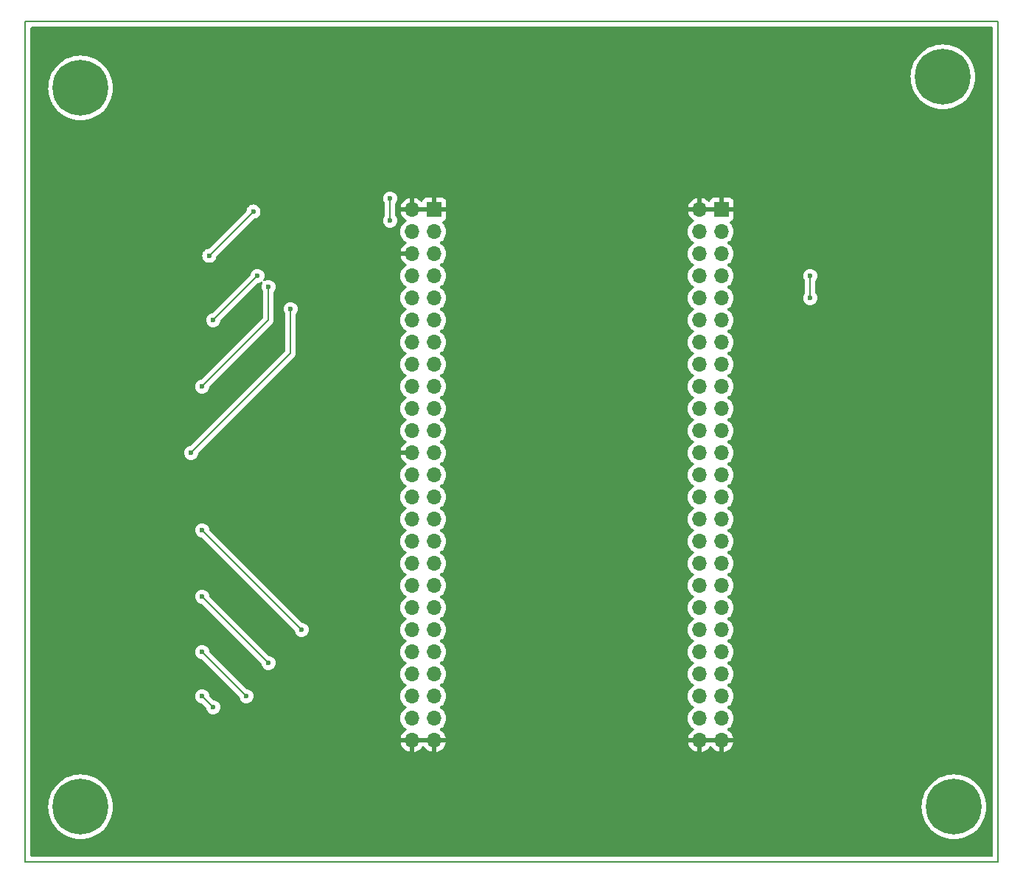
<source format=gbr>
%TF.GenerationSoftware,KiCad,Pcbnew,(7.0.0)*%
%TF.CreationDate,2023-05-31T23:53:27-06:00*%
%TF.ProjectId,Final Project - Shield (2),46696e61-6c20-4507-926f-6a656374202d,rev?*%
%TF.SameCoordinates,Original*%
%TF.FileFunction,Copper,L2,Bot*%
%TF.FilePolarity,Positive*%
%FSLAX46Y46*%
G04 Gerber Fmt 4.6, Leading zero omitted, Abs format (unit mm)*
G04 Created by KiCad (PCBNEW (7.0.0)) date 2023-05-31 23:53:27*
%MOMM*%
%LPD*%
G01*
G04 APERTURE LIST*
%TA.AperFunction,NonConductor*%
%ADD10C,0.200000*%
%TD*%
%TA.AperFunction,ComponentPad*%
%ADD11C,6.400000*%
%TD*%
%TA.AperFunction,ComponentPad*%
%ADD12R,1.700000X1.700000*%
%TD*%
%TA.AperFunction,ComponentPad*%
%ADD13O,1.700000X1.700000*%
%TD*%
%TA.AperFunction,ViaPad*%
%ADD14C,0.600000*%
%TD*%
%TA.AperFunction,Conductor*%
%ADD15C,0.200000*%
%TD*%
G04 APERTURE END LIST*
D10*
X85090000Y-46990000D02*
X196850000Y-46990000D01*
X196850000Y-46990000D02*
X196850000Y-143510000D01*
X196850000Y-143510000D02*
X85090000Y-143510000D01*
X85090000Y-143510000D02*
X85090000Y-46990000D01*
D11*
%TO.P,H2,1*%
%TO.N,N/C*%
X190500000Y-53340000D03*
%TD*%
D12*
%TO.P,J1,1,Pin_1*%
%TO.N,GND*%
X132079999Y-68579999D03*
D13*
%TO.P,J1,2,Pin_2*%
X129539999Y-68579999D03*
%TO.P,J1,3,Pin_3*%
%TO.N,unconnected-(J1-Pin_3-Pad3)*%
X132079999Y-71119999D03*
%TO.P,J1,4,Pin_4*%
%TO.N,unconnected-(J1-Pin_4-Pad4)*%
X129539999Y-71119999D03*
%TO.P,J1,5,Pin_5*%
%TO.N,unconnected-(J1-Pin_5-Pad5)*%
X132079999Y-73659999D03*
%TO.P,J1,6,Pin_6*%
%TO.N,GND*%
X129539999Y-73659999D03*
%TO.P,J1,7,Pin_7*%
%TO.N,unconnected-(J1-Pin_7-Pad7)*%
X132079999Y-76199999D03*
%TO.P,J1,8,Pin_8*%
%TO.N,unconnected-(J1-Pin_8-Pad8)*%
X129539999Y-76199999D03*
%TO.P,J1,9,Pin_9*%
%TO.N,unconnected-(J1-Pin_9-Pad9)*%
X132079999Y-78739999D03*
%TO.P,J1,10,Pin_10*%
%TO.N,unconnected-(J1-Pin_10-Pad10)*%
X129539999Y-78739999D03*
%TO.P,J1,11,Pin_11*%
%TO.N,unconnected-(J1-Pin_11-Pad11)*%
X132079999Y-81279999D03*
%TO.P,J1,12,Pin_12*%
%TO.N,B1*%
X129539999Y-81279999D03*
%TO.P,J1,13,Pin_13*%
%TO.N,B2*%
X132079999Y-83819999D03*
%TO.P,J1,14,Pin_14*%
%TO.N,LD1*%
X129539999Y-83819999D03*
%TO.P,J1,15,Pin_15*%
%TO.N,unconnected-(J1-Pin_15-Pad15)*%
X132079999Y-86359999D03*
%TO.P,J1,16,Pin_16*%
%TO.N,LD2*%
X129539999Y-86359999D03*
%TO.P,J1,17,Pin_17*%
%TO.N,unconnected-(J1-Pin_17-Pad17)*%
X132079999Y-88899999D03*
%TO.P,J1,18,Pin_18*%
%TO.N,LD3*%
X129539999Y-88899999D03*
%TO.P,J1,19,Pin_19*%
%TO.N,unconnected-(J1-Pin_19-Pad19)*%
X132079999Y-91439999D03*
%TO.P,J1,20,Pin_20*%
%TO.N,LD4*%
X129539999Y-91439999D03*
%TO.P,J1,21,Pin_21*%
%TO.N,unconnected-(J1-Pin_21-Pad21)*%
X132079999Y-93979999D03*
%TO.P,J1,22,Pin_22*%
%TO.N,LD5*%
X129539999Y-93979999D03*
%TO.P,J1,23,Pin_23*%
%TO.N,unconnected-(J1-Pin_23-Pad23)*%
X132079999Y-96519999D03*
%TO.P,J1,24,Pin_24*%
%TO.N,GND*%
X129539999Y-96519999D03*
%TO.P,J1,25,Pin_25*%
%TO.N,unconnected-(J1-Pin_25-Pad25)*%
X132079999Y-99059999D03*
%TO.P,J1,26,Pin_26*%
%TO.N,LD6*%
X129539999Y-99059999D03*
%TO.P,J1,27,Pin_27*%
%TO.N,unconnected-(J1-Pin_27-Pad27)*%
X132079999Y-101599999D03*
%TO.P,J1,28,Pin_28*%
%TO.N,LD7*%
X129539999Y-101599999D03*
%TO.P,J1,29,Pin_29*%
%TO.N,unconnected-(J1-Pin_29-Pad29)*%
X132079999Y-104139999D03*
%TO.P,J1,30,Pin_30*%
%TO.N,LD8*%
X129539999Y-104139999D03*
%TO.P,J1,31,Pin_31*%
%TO.N,unconnected-(J1-Pin_31-Pad31)*%
X132079999Y-106679999D03*
%TO.P,J1,32,Pin_32*%
%TO.N,LD9*%
X129539999Y-106679999D03*
%TO.P,J1,33,Pin_33*%
%TO.N,unconnected-(J1-Pin_33-Pad33)*%
X132079999Y-109219999D03*
%TO.P,J1,34,Pin_34*%
%TO.N,LD10*%
X129539999Y-109219999D03*
%TO.P,J1,35,Pin_35*%
%TO.N,unconnected-(J1-Pin_35-Pad35)*%
X132079999Y-111759999D03*
%TO.P,J1,36,Pin_36*%
%TO.N,unconnected-(J1-Pin_36-Pad36)*%
X129539999Y-111759999D03*
%TO.P,J1,37,Pin_37*%
%TO.N,unconnected-(J1-Pin_37-Pad37)*%
X132079999Y-114299999D03*
%TO.P,J1,38,Pin_38*%
%TO.N,unconnected-(J1-Pin_38-Pad38)*%
X129539999Y-114299999D03*
%TO.P,J1,39,Pin_39*%
%TO.N,unconnected-(J1-Pin_39-Pad39)*%
X132079999Y-116839999D03*
%TO.P,J1,40,Pin_40*%
%TO.N,unconnected-(J1-Pin_40-Pad40)*%
X129539999Y-116839999D03*
%TO.P,J1,41,Pin_41*%
%TO.N,unconnected-(J1-Pin_41-Pad41)*%
X132079999Y-119379999D03*
%TO.P,J1,42,Pin_42*%
%TO.N,unconnected-(J1-Pin_42-Pad42)*%
X129539999Y-119379999D03*
%TO.P,J1,43,Pin_43*%
%TO.N,unconnected-(J1-Pin_43-Pad43)*%
X132079999Y-121919999D03*
%TO.P,J1,44,Pin_44*%
%TO.N,unconnected-(J1-Pin_44-Pad44)*%
X129539999Y-121919999D03*
%TO.P,J1,45,Pin_45*%
%TO.N,unconnected-(J1-Pin_45-Pad45)*%
X132079999Y-124459999D03*
%TO.P,J1,46,Pin_46*%
%TO.N,unconnected-(J1-Pin_46-Pad46)*%
X129539999Y-124459999D03*
%TO.P,J1,47,Pin_47*%
%TO.N,unconnected-(J1-Pin_47-Pad47)*%
X132079999Y-126999999D03*
%TO.P,J1,48,Pin_48*%
%TO.N,unconnected-(J1-Pin_48-Pad48)*%
X129539999Y-126999999D03*
%TO.P,J1,49,Pin_49*%
%TO.N,GND*%
X132079999Y-129539999D03*
%TO.P,J1,50,Pin_50*%
X129539999Y-129539999D03*
%TD*%
D11*
%TO.P,H4,1*%
%TO.N,N/C*%
X191770000Y-137160000D03*
%TD*%
%TO.P,H1,1*%
%TO.N,N/C*%
X91440000Y-54610000D03*
%TD*%
D12*
%TO.P,J2,1,Pin_1*%
%TO.N,GND*%
X165099999Y-68579999D03*
D13*
%TO.P,J2,2,Pin_2*%
X162559999Y-68579999D03*
%TO.P,J2,3,Pin_3*%
%TO.N,+5V*%
X165099999Y-71119999D03*
%TO.P,J2,4,Pin_4*%
X162559999Y-71119999D03*
%TO.P,J2,5,Pin_5*%
%TO.N,+3V0*%
X165099999Y-73659999D03*
%TO.P,J2,6,Pin_6*%
X162559999Y-73659999D03*
%TO.P,J2,7,Pin_7*%
%TO.N,unconnected-(J2-Pin_7-Pad7)*%
X165099999Y-76199999D03*
%TO.P,J2,8,Pin_8*%
%TO.N,unconnected-(J2-Pin_8-Pad8)*%
X162559999Y-76199999D03*
%TO.P,J2,9,Pin_9*%
%TO.N,unconnected-(J2-Pin_9-Pad9)*%
X165099999Y-78739999D03*
%TO.P,J2,10,Pin_10*%
%TO.N,unconnected-(J2-Pin_10-Pad10)*%
X162559999Y-78739999D03*
%TO.P,J2,11,Pin_11*%
%TO.N,unconnected-(J2-Pin_11-Pad11)*%
X165099999Y-81279999D03*
%TO.P,J2,12,Pin_12*%
%TO.N,unconnected-(J2-Pin_12-Pad12)*%
X162559999Y-81279999D03*
%TO.P,J2,13,Pin_13*%
%TO.N,unconnected-(J2-Pin_13-Pad13)*%
X165099999Y-83819999D03*
%TO.P,J2,14,Pin_14*%
%TO.N,unconnected-(J2-Pin_14-Pad14)*%
X162559999Y-83819999D03*
%TO.P,J2,15,Pin_15*%
%TO.N,unconnected-(J2-Pin_15-Pad15)*%
X165099999Y-86359999D03*
%TO.P,J2,16,Pin_16*%
%TO.N,unconnected-(J2-Pin_16-Pad16)*%
X162559999Y-86359999D03*
%TO.P,J2,17,Pin_17*%
%TO.N,unconnected-(J2-Pin_17-Pad17)*%
X165099999Y-88899999D03*
%TO.P,J2,18,Pin_18*%
%TO.N,unconnected-(J2-Pin_18-Pad18)*%
X162559999Y-88899999D03*
%TO.P,J2,19,Pin_19*%
%TO.N,unconnected-(J2-Pin_19-Pad19)*%
X165099999Y-91439999D03*
%TO.P,J2,20,Pin_20*%
%TO.N,unconnected-(J2-Pin_20-Pad20)*%
X162559999Y-91439999D03*
%TO.P,J2,21,Pin_21*%
%TO.N,unconnected-(J2-Pin_21-Pad21)*%
X165099999Y-93979999D03*
%TO.P,J2,22,Pin_22*%
%TO.N,unconnected-(J2-Pin_22-Pad22)*%
X162559999Y-93979999D03*
%TO.P,J2,23,Pin_23*%
%TO.N,unconnected-(J2-Pin_23-Pad23)*%
X165099999Y-96519999D03*
%TO.P,J2,24,Pin_24*%
%TO.N,unconnected-(J2-Pin_24-Pad24)*%
X162559999Y-96519999D03*
%TO.P,J2,25,Pin_25*%
%TO.N,unconnected-(J2-Pin_25-Pad25)*%
X165099999Y-99059999D03*
%TO.P,J2,26,Pin_26*%
%TO.N,unconnected-(J2-Pin_26-Pad26)*%
X162559999Y-99059999D03*
%TO.P,J2,27,Pin_27*%
%TO.N,unconnected-(J2-Pin_27-Pad27)*%
X165099999Y-101599999D03*
%TO.P,J2,28,Pin_28*%
%TO.N,unconnected-(J2-Pin_28-Pad28)*%
X162559999Y-101599999D03*
%TO.P,J2,29,Pin_29*%
%TO.N,unconnected-(J2-Pin_29-Pad29)*%
X165099999Y-104139999D03*
%TO.P,J2,30,Pin_30*%
%TO.N,unconnected-(J2-Pin_30-Pad30)*%
X162559999Y-104139999D03*
%TO.P,J2,31,Pin_31*%
%TO.N,unconnected-(J2-Pin_31-Pad31)*%
X165099999Y-106679999D03*
%TO.P,J2,32,Pin_32*%
%TO.N,unconnected-(J2-Pin_32-Pad32)*%
X162559999Y-106679999D03*
%TO.P,J2,33,Pin_33*%
%TO.N,unconnected-(J2-Pin_33-Pad33)*%
X165099999Y-109219999D03*
%TO.P,J2,34,Pin_34*%
%TO.N,unconnected-(J2-Pin_34-Pad34)*%
X162559999Y-109219999D03*
%TO.P,J2,35,Pin_35*%
%TO.N,unconnected-(J2-Pin_35-Pad35)*%
X165099999Y-111759999D03*
%TO.P,J2,36,Pin_36*%
%TO.N,unconnected-(J2-Pin_36-Pad36)*%
X162559999Y-111759999D03*
%TO.P,J2,37,Pin_37*%
%TO.N,unconnected-(J2-Pin_37-Pad37)*%
X165099999Y-114299999D03*
%TO.P,J2,38,Pin_38*%
%TO.N,unconnected-(J2-Pin_38-Pad38)*%
X162559999Y-114299999D03*
%TO.P,J2,39,Pin_39*%
%TO.N,unconnected-(J2-Pin_39-Pad39)*%
X165099999Y-116839999D03*
%TO.P,J2,40,Pin_40*%
%TO.N,unconnected-(J2-Pin_40-Pad40)*%
X162559999Y-116839999D03*
%TO.P,J2,41,Pin_41*%
%TO.N,unconnected-(J2-Pin_41-Pad41)*%
X165099999Y-119379999D03*
%TO.P,J2,42,Pin_42*%
%TO.N,unconnected-(J2-Pin_42-Pad42)*%
X162559999Y-119379999D03*
%TO.P,J2,43,Pin_43*%
%TO.N,unconnected-(J2-Pin_43-Pad43)*%
X165099999Y-121919999D03*
%TO.P,J2,44,Pin_44*%
%TO.N,unconnected-(J2-Pin_44-Pad44)*%
X162559999Y-121919999D03*
%TO.P,J2,45,Pin_45*%
%TO.N,unconnected-(J2-Pin_45-Pad45)*%
X165099999Y-124459999D03*
%TO.P,J2,46,Pin_46*%
%TO.N,unconnected-(J2-Pin_46-Pad46)*%
X162559999Y-124459999D03*
%TO.P,J2,47,Pin_47*%
%TO.N,unconnected-(J2-Pin_47-Pad47)*%
X165099999Y-126999999D03*
%TO.P,J2,48,Pin_48*%
%TO.N,unconnected-(J2-Pin_48-Pad48)*%
X162559999Y-126999999D03*
%TO.P,J2,49,Pin_49*%
%TO.N,GND*%
X165099999Y-129539999D03*
%TO.P,J2,50,Pin_50*%
X162559999Y-129539999D03*
%TD*%
D11*
%TO.P,H3,1*%
%TO.N,N/C*%
X91440000Y-137160000D03*
%TD*%
D14*
%TO.N,Net-(D2-K)*%
X106230000Y-73890000D03*
X111310000Y-68810000D03*
%TO.N,Net-(D3-K)*%
X111760000Y-76200000D03*
X106680000Y-81280000D03*
%TO.N,Net-(D4-K)*%
X113030000Y-77470000D03*
X105410000Y-88900000D03*
%TO.N,Net-(D5-K)*%
X115570000Y-80010000D03*
X104140000Y-96520000D03*
%TO.N,Net-(D6-K)*%
X116840000Y-116840000D03*
X105410000Y-105410000D03*
%TO.N,Net-(D7-K)*%
X113030000Y-120650000D03*
X105410000Y-113030000D03*
%TO.N,Net-(D8-K)*%
X105410000Y-119380000D03*
X110490000Y-124460000D03*
%TO.N,Net-(D9-K)*%
X106680000Y-125730000D03*
X105410000Y-124460000D03*
%TO.N,GND*%
X170180000Y-76200000D03*
X170180000Y-78740000D03*
X173990000Y-68580000D03*
X181610000Y-68580000D03*
%TO.N,B1*%
X127000000Y-67310000D03*
X127000000Y-69850000D03*
%TO.N,B2*%
X175260000Y-78740000D03*
X175260000Y-76200000D03*
%TD*%
D15*
%TO.N,Net-(D2-K)*%
X106230000Y-73890000D02*
X111310000Y-68810000D01*
%TO.N,Net-(D3-K)*%
X106680000Y-81280000D02*
X111760000Y-76200000D01*
%TO.N,Net-(D4-K)*%
X113030000Y-77470000D02*
X113030000Y-81280000D01*
X113030000Y-81280000D02*
X105410000Y-88900000D01*
%TO.N,Net-(D5-K)*%
X115570000Y-85090000D02*
X104140000Y-96520000D01*
X115570000Y-80010000D02*
X115570000Y-85090000D01*
%TO.N,Net-(D6-K)*%
X105410000Y-105410000D02*
X116840000Y-116840000D01*
%TO.N,Net-(D7-K)*%
X105410000Y-113030000D02*
X113030000Y-120650000D01*
%TO.N,Net-(D8-K)*%
X105410000Y-119380000D02*
X110490000Y-124460000D01*
%TO.N,Net-(D9-K)*%
X105410000Y-124460000D02*
X106680000Y-125730000D01*
%TO.N,GND*%
X181610000Y-68580000D02*
X173990000Y-68580000D01*
X170180000Y-78740000D02*
X170180000Y-76200000D01*
%TO.N,B1*%
X127000000Y-67310000D02*
X127000000Y-69850000D01*
%TO.N,B2*%
X175260000Y-76200000D02*
X175260000Y-78740000D01*
%TD*%
%TA.AperFunction,Conductor*%
%TO.N,GND*%
G36*
X196187500Y-47607113D02*
G01*
X196232887Y-47652500D01*
X196249500Y-47714500D01*
X196249500Y-142785500D01*
X196232887Y-142847500D01*
X196187500Y-142892887D01*
X196125500Y-142909500D01*
X85814500Y-142909500D01*
X85752500Y-142892887D01*
X85707113Y-142847500D01*
X85690500Y-142785500D01*
X85690500Y-137160000D01*
X87734422Y-137160000D01*
X87754722Y-137547338D01*
X87755227Y-137550531D01*
X87755229Y-137550543D01*
X87814889Y-137927224D01*
X87814891Y-137927237D01*
X87815398Y-137930433D01*
X87915786Y-138305087D01*
X88054786Y-138667194D01*
X88056255Y-138670077D01*
X88056259Y-138670086D01*
X88229400Y-139009895D01*
X88230875Y-139012789D01*
X88442124Y-139338084D01*
X88686219Y-139639516D01*
X88960484Y-139913781D01*
X89261916Y-140157876D01*
X89587211Y-140369125D01*
X89932806Y-140545214D01*
X90294913Y-140684214D01*
X90669567Y-140784602D01*
X91052662Y-140845278D01*
X91440000Y-140865578D01*
X91827338Y-140845278D01*
X92210433Y-140784602D01*
X92585087Y-140684214D01*
X92947194Y-140545214D01*
X93292789Y-140369125D01*
X93618084Y-140157876D01*
X93919516Y-139913781D01*
X94193781Y-139639516D01*
X94437876Y-139338084D01*
X94649125Y-139012789D01*
X94825214Y-138667194D01*
X94964214Y-138305087D01*
X95064602Y-137930433D01*
X95125278Y-137547338D01*
X95145578Y-137160000D01*
X188064422Y-137160000D01*
X188084722Y-137547338D01*
X188085227Y-137550531D01*
X188085229Y-137550543D01*
X188144889Y-137927224D01*
X188144891Y-137927237D01*
X188145398Y-137930433D01*
X188245786Y-138305087D01*
X188384786Y-138667194D01*
X188386255Y-138670077D01*
X188386259Y-138670086D01*
X188559400Y-139009895D01*
X188560875Y-139012789D01*
X188772124Y-139338084D01*
X189016219Y-139639516D01*
X189290484Y-139913781D01*
X189591916Y-140157876D01*
X189917211Y-140369125D01*
X190262806Y-140545214D01*
X190624913Y-140684214D01*
X190999567Y-140784602D01*
X191382662Y-140845278D01*
X191770000Y-140865578D01*
X192157338Y-140845278D01*
X192540433Y-140784602D01*
X192915087Y-140684214D01*
X193277194Y-140545214D01*
X193622789Y-140369125D01*
X193948084Y-140157876D01*
X194249516Y-139913781D01*
X194523781Y-139639516D01*
X194767876Y-139338084D01*
X194979125Y-139012789D01*
X195155214Y-138667194D01*
X195294214Y-138305087D01*
X195394602Y-137930433D01*
X195455278Y-137547338D01*
X195475578Y-137160000D01*
X195455278Y-136772662D01*
X195394602Y-136389567D01*
X195294214Y-136014913D01*
X195155214Y-135652806D01*
X194979125Y-135307211D01*
X194767876Y-134981916D01*
X194523781Y-134680484D01*
X194249516Y-134406219D01*
X193948084Y-134162124D01*
X193622789Y-133950875D01*
X193619901Y-133949403D01*
X193619895Y-133949400D01*
X193280086Y-133776259D01*
X193280077Y-133776255D01*
X193277194Y-133774786D01*
X193274162Y-133773622D01*
X192918110Y-133636946D01*
X192918102Y-133636943D01*
X192915087Y-133635786D01*
X192911962Y-133634948D01*
X192911957Y-133634947D01*
X192543566Y-133536237D01*
X192543557Y-133536235D01*
X192540433Y-133535398D01*
X192537237Y-133534891D01*
X192537224Y-133534889D01*
X192160543Y-133475229D01*
X192160531Y-133475227D01*
X192157338Y-133474722D01*
X192154103Y-133474552D01*
X192154099Y-133474552D01*
X191773244Y-133454592D01*
X191770000Y-133454422D01*
X191766756Y-133454592D01*
X191385900Y-133474552D01*
X191385894Y-133474552D01*
X191382662Y-133474722D01*
X191379470Y-133475227D01*
X191379456Y-133475229D01*
X191002775Y-133534889D01*
X191002758Y-133534892D01*
X190999567Y-133535398D01*
X190996446Y-133536234D01*
X190996433Y-133536237D01*
X190628042Y-133634947D01*
X190628031Y-133634950D01*
X190624913Y-133635786D01*
X190621902Y-133636941D01*
X190621889Y-133636946D01*
X190265837Y-133773622D01*
X190265828Y-133773625D01*
X190262806Y-133774786D01*
X190259929Y-133776251D01*
X190259913Y-133776259D01*
X189920104Y-133949400D01*
X189920090Y-133949408D01*
X189917211Y-133950875D01*
X189914491Y-133952641D01*
X189914483Y-133952646D01*
X189594644Y-134160352D01*
X189594638Y-134160355D01*
X189591916Y-134162124D01*
X189589396Y-134164164D01*
X189589390Y-134164169D01*
X189293002Y-134404179D01*
X189292991Y-134404188D01*
X189290484Y-134406219D01*
X189288199Y-134408503D01*
X189288189Y-134408513D01*
X189018513Y-134678189D01*
X189018503Y-134678199D01*
X189016219Y-134680484D01*
X189014188Y-134682991D01*
X189014179Y-134683002D01*
X188774169Y-134979390D01*
X188774164Y-134979396D01*
X188772124Y-134981916D01*
X188770355Y-134984638D01*
X188770352Y-134984644D01*
X188562646Y-135304483D01*
X188562641Y-135304491D01*
X188560875Y-135307211D01*
X188559408Y-135310090D01*
X188559400Y-135310104D01*
X188386259Y-135649913D01*
X188386251Y-135649929D01*
X188384786Y-135652806D01*
X188383625Y-135655828D01*
X188383622Y-135655837D01*
X188246946Y-136011889D01*
X188246941Y-136011902D01*
X188245786Y-136014913D01*
X188244950Y-136018031D01*
X188244947Y-136018042D01*
X188146237Y-136386433D01*
X188146234Y-136386446D01*
X188145398Y-136389567D01*
X188144892Y-136392758D01*
X188144889Y-136392775D01*
X188085229Y-136769456D01*
X188085227Y-136769470D01*
X188084722Y-136772662D01*
X188064422Y-137160000D01*
X95145578Y-137160000D01*
X95125278Y-136772662D01*
X95064602Y-136389567D01*
X94964214Y-136014913D01*
X94825214Y-135652806D01*
X94649125Y-135307211D01*
X94437876Y-134981916D01*
X94193781Y-134680484D01*
X93919516Y-134406219D01*
X93618084Y-134162124D01*
X93292789Y-133950875D01*
X93289901Y-133949403D01*
X93289895Y-133949400D01*
X92950086Y-133776259D01*
X92950077Y-133776255D01*
X92947194Y-133774786D01*
X92944162Y-133773622D01*
X92588110Y-133636946D01*
X92588102Y-133636943D01*
X92585087Y-133635786D01*
X92581962Y-133634948D01*
X92581957Y-133634947D01*
X92213566Y-133536237D01*
X92213557Y-133536235D01*
X92210433Y-133535398D01*
X92207237Y-133534891D01*
X92207224Y-133534889D01*
X91830543Y-133475229D01*
X91830531Y-133475227D01*
X91827338Y-133474722D01*
X91824103Y-133474552D01*
X91824099Y-133474552D01*
X91443244Y-133454592D01*
X91440000Y-133454422D01*
X91436756Y-133454592D01*
X91055900Y-133474552D01*
X91055894Y-133474552D01*
X91052662Y-133474722D01*
X91049470Y-133475227D01*
X91049456Y-133475229D01*
X90672775Y-133534889D01*
X90672758Y-133534892D01*
X90669567Y-133535398D01*
X90666446Y-133536234D01*
X90666433Y-133536237D01*
X90298042Y-133634947D01*
X90298031Y-133634950D01*
X90294913Y-133635786D01*
X90291902Y-133636941D01*
X90291889Y-133636946D01*
X89935837Y-133773622D01*
X89935828Y-133773625D01*
X89932806Y-133774786D01*
X89929929Y-133776251D01*
X89929913Y-133776259D01*
X89590104Y-133949400D01*
X89590090Y-133949408D01*
X89587211Y-133950875D01*
X89584491Y-133952641D01*
X89584483Y-133952646D01*
X89264644Y-134160352D01*
X89264638Y-134160355D01*
X89261916Y-134162124D01*
X89259396Y-134164164D01*
X89259390Y-134164169D01*
X88963002Y-134404179D01*
X88962991Y-134404188D01*
X88960484Y-134406219D01*
X88958199Y-134408503D01*
X88958189Y-134408513D01*
X88688513Y-134678189D01*
X88688503Y-134678199D01*
X88686219Y-134680484D01*
X88684188Y-134682991D01*
X88684179Y-134683002D01*
X88444169Y-134979390D01*
X88444164Y-134979396D01*
X88442124Y-134981916D01*
X88440355Y-134984638D01*
X88440352Y-134984644D01*
X88232646Y-135304483D01*
X88232641Y-135304491D01*
X88230875Y-135307211D01*
X88229408Y-135310090D01*
X88229400Y-135310104D01*
X88056259Y-135649913D01*
X88056251Y-135649929D01*
X88054786Y-135652806D01*
X88053625Y-135655828D01*
X88053622Y-135655837D01*
X87916946Y-136011889D01*
X87916941Y-136011902D01*
X87915786Y-136014913D01*
X87914950Y-136018031D01*
X87914947Y-136018042D01*
X87816237Y-136386433D01*
X87816234Y-136386446D01*
X87815398Y-136389567D01*
X87814892Y-136392758D01*
X87814889Y-136392775D01*
X87755229Y-136769456D01*
X87755227Y-136769470D01*
X87754722Y-136772662D01*
X87734422Y-137160000D01*
X85690500Y-137160000D01*
X85690500Y-129792551D01*
X128212688Y-129792551D01*
X128213056Y-129803780D01*
X128265168Y-129998263D01*
X128268856Y-130008397D01*
X128364113Y-130212676D01*
X128369501Y-130222008D01*
X128498784Y-130406643D01*
X128505721Y-130414909D01*
X128665090Y-130574278D01*
X128673356Y-130581215D01*
X128857991Y-130710498D01*
X128867323Y-130715886D01*
X129071602Y-130811143D01*
X129081736Y-130814831D01*
X129276219Y-130866943D01*
X129287448Y-130867311D01*
X129290000Y-130856369D01*
X129790000Y-130856369D01*
X129792551Y-130867311D01*
X129803780Y-130866943D01*
X129998263Y-130814831D01*
X130008397Y-130811143D01*
X130212676Y-130715886D01*
X130222008Y-130710498D01*
X130406643Y-130581215D01*
X130414909Y-130574278D01*
X130574278Y-130414909D01*
X130581215Y-130406643D01*
X130708425Y-130224969D01*
X130752743Y-130186104D01*
X130810000Y-130172093D01*
X130867257Y-130186104D01*
X130911575Y-130224969D01*
X131038784Y-130406643D01*
X131045721Y-130414909D01*
X131205090Y-130574278D01*
X131213356Y-130581215D01*
X131397991Y-130710498D01*
X131407323Y-130715886D01*
X131611602Y-130811143D01*
X131621736Y-130814831D01*
X131816219Y-130866943D01*
X131827448Y-130867311D01*
X131830000Y-130856369D01*
X132330000Y-130856369D01*
X132332551Y-130867311D01*
X132343780Y-130866943D01*
X132538263Y-130814831D01*
X132548397Y-130811143D01*
X132752676Y-130715886D01*
X132762008Y-130710498D01*
X132946643Y-130581215D01*
X132954909Y-130574278D01*
X133114278Y-130414909D01*
X133121215Y-130406643D01*
X133250498Y-130222008D01*
X133255886Y-130212676D01*
X133351143Y-130008397D01*
X133354831Y-129998263D01*
X133406943Y-129803780D01*
X133407311Y-129792551D01*
X161232688Y-129792551D01*
X161233056Y-129803780D01*
X161285168Y-129998263D01*
X161288856Y-130008397D01*
X161384113Y-130212676D01*
X161389501Y-130222008D01*
X161518784Y-130406643D01*
X161525721Y-130414909D01*
X161685090Y-130574278D01*
X161693356Y-130581215D01*
X161877991Y-130710498D01*
X161887323Y-130715886D01*
X162091602Y-130811143D01*
X162101736Y-130814831D01*
X162296219Y-130866943D01*
X162307448Y-130867311D01*
X162310000Y-130856369D01*
X162810000Y-130856369D01*
X162812551Y-130867311D01*
X162823780Y-130866943D01*
X163018263Y-130814831D01*
X163028397Y-130811143D01*
X163232676Y-130715886D01*
X163242008Y-130710498D01*
X163426643Y-130581215D01*
X163434909Y-130574278D01*
X163594278Y-130414909D01*
X163601215Y-130406643D01*
X163728425Y-130224969D01*
X163772743Y-130186104D01*
X163830000Y-130172093D01*
X163887257Y-130186104D01*
X163931575Y-130224969D01*
X164058784Y-130406643D01*
X164065721Y-130414909D01*
X164225090Y-130574278D01*
X164233356Y-130581215D01*
X164417991Y-130710498D01*
X164427323Y-130715886D01*
X164631602Y-130811143D01*
X164641736Y-130814831D01*
X164836219Y-130866943D01*
X164847448Y-130867311D01*
X164850000Y-130856369D01*
X165350000Y-130856369D01*
X165352551Y-130867311D01*
X165363780Y-130866943D01*
X165558263Y-130814831D01*
X165568397Y-130811143D01*
X165772676Y-130715886D01*
X165782008Y-130710498D01*
X165966643Y-130581215D01*
X165974909Y-130574278D01*
X166134278Y-130414909D01*
X166141215Y-130406643D01*
X166270498Y-130222008D01*
X166275886Y-130212676D01*
X166371143Y-130008397D01*
X166374831Y-129998263D01*
X166426943Y-129803780D01*
X166427311Y-129792551D01*
X166416369Y-129790000D01*
X165366326Y-129790000D01*
X165353450Y-129793450D01*
X165350000Y-129806326D01*
X165350000Y-130856369D01*
X164850000Y-130856369D01*
X164850000Y-129806326D01*
X164846549Y-129793450D01*
X164833674Y-129790000D01*
X162826326Y-129790000D01*
X162813450Y-129793450D01*
X162810000Y-129806326D01*
X162810000Y-130856369D01*
X162310000Y-130856369D01*
X162310000Y-129806326D01*
X162306549Y-129793450D01*
X162293674Y-129790000D01*
X161243631Y-129790000D01*
X161232688Y-129792551D01*
X133407311Y-129792551D01*
X133396369Y-129790000D01*
X132346326Y-129790000D01*
X132333450Y-129793450D01*
X132330000Y-129806326D01*
X132330000Y-130856369D01*
X131830000Y-130856369D01*
X131830000Y-129806326D01*
X131826549Y-129793450D01*
X131813674Y-129790000D01*
X129806326Y-129790000D01*
X129793450Y-129793450D01*
X129790000Y-129806326D01*
X129790000Y-130856369D01*
X129290000Y-130856369D01*
X129290000Y-129806326D01*
X129286549Y-129793450D01*
X129273674Y-129790000D01*
X128223631Y-129790000D01*
X128212688Y-129792551D01*
X85690500Y-129792551D01*
X85690500Y-127000000D01*
X128184341Y-127000000D01*
X128204937Y-127235408D01*
X128206336Y-127240630D01*
X128206337Y-127240634D01*
X128264694Y-127458430D01*
X128264697Y-127458438D01*
X128266097Y-127463663D01*
X128268385Y-127468570D01*
X128268386Y-127468572D01*
X128363678Y-127672927D01*
X128363681Y-127672933D01*
X128365965Y-127677830D01*
X128369064Y-127682257D01*
X128369066Y-127682259D01*
X128498399Y-127866966D01*
X128498402Y-127866970D01*
X128501505Y-127871401D01*
X128668599Y-128038495D01*
X128673031Y-128041598D01*
X128673033Y-128041600D01*
X128854595Y-128168731D01*
X128893460Y-128213049D01*
X128907471Y-128270306D01*
X128893460Y-128327563D01*
X128854595Y-128371881D01*
X128673352Y-128498788D01*
X128665092Y-128505719D01*
X128505719Y-128665092D01*
X128498784Y-128673357D01*
X128369508Y-128857982D01*
X128364110Y-128867332D01*
X128268856Y-129071602D01*
X128265168Y-129081736D01*
X128213056Y-129276219D01*
X128212688Y-129287448D01*
X128223631Y-129290000D01*
X133396369Y-129290000D01*
X133407311Y-129287448D01*
X133406943Y-129276219D01*
X133354831Y-129081736D01*
X133351143Y-129071602D01*
X133255889Y-128867332D01*
X133250491Y-128857982D01*
X133121215Y-128673357D01*
X133114280Y-128665092D01*
X132954909Y-128505721D01*
X132946643Y-128498784D01*
X132765405Y-128371880D01*
X132726540Y-128327562D01*
X132712529Y-128270305D01*
X132726540Y-128213048D01*
X132765406Y-128168730D01*
X132946961Y-128041604D01*
X132946961Y-128041603D01*
X132951401Y-128038495D01*
X133118495Y-127871401D01*
X133254035Y-127677830D01*
X133353903Y-127463663D01*
X133415063Y-127235408D01*
X133435659Y-127000000D01*
X161204341Y-127000000D01*
X161224937Y-127235408D01*
X161226336Y-127240630D01*
X161226337Y-127240634D01*
X161284694Y-127458430D01*
X161284697Y-127458438D01*
X161286097Y-127463663D01*
X161288385Y-127468570D01*
X161288386Y-127468572D01*
X161383678Y-127672927D01*
X161383681Y-127672933D01*
X161385965Y-127677830D01*
X161389064Y-127682257D01*
X161389066Y-127682259D01*
X161518399Y-127866966D01*
X161518402Y-127866970D01*
X161521505Y-127871401D01*
X161688599Y-128038495D01*
X161693031Y-128041598D01*
X161693033Y-128041600D01*
X161874595Y-128168731D01*
X161913460Y-128213049D01*
X161927471Y-128270306D01*
X161913460Y-128327563D01*
X161874595Y-128371881D01*
X161693352Y-128498788D01*
X161685092Y-128505719D01*
X161525719Y-128665092D01*
X161518784Y-128673357D01*
X161389508Y-128857982D01*
X161384110Y-128867332D01*
X161288856Y-129071602D01*
X161285168Y-129081736D01*
X161233056Y-129276219D01*
X161232688Y-129287448D01*
X161243631Y-129290000D01*
X166416369Y-129290000D01*
X166427311Y-129287448D01*
X166426943Y-129276219D01*
X166374831Y-129081736D01*
X166371143Y-129071602D01*
X166275889Y-128867332D01*
X166270491Y-128857982D01*
X166141215Y-128673357D01*
X166134280Y-128665092D01*
X165974909Y-128505721D01*
X165966643Y-128498784D01*
X165785405Y-128371880D01*
X165746540Y-128327562D01*
X165732529Y-128270305D01*
X165746540Y-128213048D01*
X165785406Y-128168730D01*
X165966961Y-128041604D01*
X165966961Y-128041603D01*
X165971401Y-128038495D01*
X166138495Y-127871401D01*
X166274035Y-127677830D01*
X166373903Y-127463663D01*
X166435063Y-127235408D01*
X166455659Y-127000000D01*
X166435063Y-126764592D01*
X166373903Y-126536337D01*
X166274035Y-126322171D01*
X166138495Y-126128599D01*
X165971401Y-125961505D01*
X165966968Y-125958401D01*
X165966961Y-125958395D01*
X165785842Y-125831575D01*
X165746976Y-125787257D01*
X165732965Y-125730000D01*
X165746976Y-125672743D01*
X165785842Y-125628425D01*
X165966961Y-125501604D01*
X165966961Y-125501603D01*
X165971401Y-125498495D01*
X166138495Y-125331401D01*
X166274035Y-125137830D01*
X166373903Y-124923663D01*
X166435063Y-124695408D01*
X166455659Y-124460000D01*
X166435063Y-124224592D01*
X166373903Y-123996337D01*
X166274035Y-123782171D01*
X166138495Y-123588599D01*
X165971401Y-123421505D01*
X165966968Y-123418401D01*
X165966961Y-123418395D01*
X165785842Y-123291575D01*
X165746976Y-123247257D01*
X165732965Y-123190000D01*
X165746976Y-123132743D01*
X165785842Y-123088425D01*
X165966961Y-122961604D01*
X165966961Y-122961603D01*
X165971401Y-122958495D01*
X166138495Y-122791401D01*
X166274035Y-122597830D01*
X166373903Y-122383663D01*
X166435063Y-122155408D01*
X166455659Y-121920000D01*
X166435063Y-121684592D01*
X166373903Y-121456337D01*
X166274035Y-121242171D01*
X166138495Y-121048599D01*
X165971401Y-120881505D01*
X165966968Y-120878401D01*
X165966961Y-120878395D01*
X165785842Y-120751575D01*
X165746976Y-120707257D01*
X165732965Y-120650000D01*
X165746976Y-120592743D01*
X165785842Y-120548425D01*
X165966961Y-120421604D01*
X165966961Y-120421603D01*
X165971401Y-120418495D01*
X166138495Y-120251401D01*
X166274035Y-120057830D01*
X166373903Y-119843663D01*
X166435063Y-119615408D01*
X166455659Y-119380000D01*
X166435063Y-119144592D01*
X166373903Y-118916337D01*
X166274035Y-118702171D01*
X166138495Y-118508599D01*
X165971401Y-118341505D01*
X165966968Y-118338401D01*
X165966961Y-118338395D01*
X165785842Y-118211575D01*
X165746976Y-118167257D01*
X165732965Y-118110000D01*
X165746976Y-118052743D01*
X165785842Y-118008425D01*
X165966961Y-117881604D01*
X165966961Y-117881603D01*
X165971401Y-117878495D01*
X166138495Y-117711401D01*
X166274035Y-117517830D01*
X166373903Y-117303663D01*
X166435063Y-117075408D01*
X166455659Y-116840000D01*
X166435063Y-116604592D01*
X166373903Y-116376337D01*
X166274035Y-116162171D01*
X166138495Y-115968599D01*
X165971401Y-115801505D01*
X165966968Y-115798401D01*
X165966961Y-115798395D01*
X165785842Y-115671575D01*
X165746976Y-115627257D01*
X165732965Y-115570000D01*
X165746976Y-115512743D01*
X165785842Y-115468425D01*
X165966961Y-115341604D01*
X165966961Y-115341603D01*
X165971401Y-115338495D01*
X166138495Y-115171401D01*
X166274035Y-114977830D01*
X166373903Y-114763663D01*
X166435063Y-114535408D01*
X166455659Y-114300000D01*
X166435063Y-114064592D01*
X166373903Y-113836337D01*
X166274035Y-113622171D01*
X166138495Y-113428599D01*
X165971401Y-113261505D01*
X165966970Y-113258402D01*
X165966966Y-113258399D01*
X165785841Y-113131574D01*
X165746976Y-113087256D01*
X165732965Y-113029999D01*
X165746976Y-112972742D01*
X165785839Y-112928426D01*
X165971401Y-112798495D01*
X166138495Y-112631401D01*
X166274035Y-112437830D01*
X166373903Y-112223663D01*
X166435063Y-111995408D01*
X166455659Y-111760000D01*
X166435063Y-111524592D01*
X166373903Y-111296337D01*
X166274035Y-111082171D01*
X166138495Y-110888599D01*
X165971401Y-110721505D01*
X165966968Y-110718401D01*
X165966961Y-110718395D01*
X165785842Y-110591575D01*
X165746976Y-110547257D01*
X165732965Y-110490000D01*
X165746976Y-110432743D01*
X165785842Y-110388425D01*
X165966961Y-110261604D01*
X165966961Y-110261603D01*
X165971401Y-110258495D01*
X166138495Y-110091401D01*
X166274035Y-109897830D01*
X166373903Y-109683663D01*
X166435063Y-109455408D01*
X166455659Y-109220000D01*
X166435063Y-108984592D01*
X166373903Y-108756337D01*
X166274035Y-108542171D01*
X166138495Y-108348599D01*
X165971401Y-108181505D01*
X165966968Y-108178401D01*
X165966961Y-108178395D01*
X165785842Y-108051575D01*
X165746976Y-108007257D01*
X165732965Y-107950000D01*
X165746976Y-107892743D01*
X165785842Y-107848425D01*
X165966961Y-107721604D01*
X165966961Y-107721603D01*
X165971401Y-107718495D01*
X166138495Y-107551401D01*
X166274035Y-107357830D01*
X166373903Y-107143663D01*
X166435063Y-106915408D01*
X166455659Y-106680000D01*
X166435063Y-106444592D01*
X166373903Y-106216337D01*
X166274035Y-106002171D01*
X166138495Y-105808599D01*
X165971401Y-105641505D01*
X165966970Y-105638402D01*
X165966966Y-105638399D01*
X165785841Y-105511574D01*
X165746976Y-105467256D01*
X165732965Y-105409999D01*
X165746976Y-105352742D01*
X165785839Y-105308426D01*
X165971401Y-105178495D01*
X166138495Y-105011401D01*
X166274035Y-104817830D01*
X166373903Y-104603663D01*
X166435063Y-104375408D01*
X166455659Y-104140000D01*
X166435063Y-103904592D01*
X166373903Y-103676337D01*
X166274035Y-103462171D01*
X166138495Y-103268599D01*
X165971401Y-103101505D01*
X165966968Y-103098401D01*
X165966961Y-103098395D01*
X165785842Y-102971575D01*
X165746976Y-102927257D01*
X165732965Y-102870000D01*
X165746976Y-102812743D01*
X165785842Y-102768425D01*
X165966961Y-102641604D01*
X165966961Y-102641603D01*
X165971401Y-102638495D01*
X166138495Y-102471401D01*
X166274035Y-102277830D01*
X166373903Y-102063663D01*
X166435063Y-101835408D01*
X166455659Y-101600000D01*
X166435063Y-101364592D01*
X166373903Y-101136337D01*
X166274035Y-100922171D01*
X166138495Y-100728599D01*
X165971401Y-100561505D01*
X165966968Y-100558401D01*
X165966961Y-100558395D01*
X165785842Y-100431575D01*
X165746976Y-100387257D01*
X165732965Y-100330000D01*
X165746976Y-100272743D01*
X165785842Y-100228425D01*
X165966961Y-100101604D01*
X165966961Y-100101603D01*
X165971401Y-100098495D01*
X166138495Y-99931401D01*
X166274035Y-99737830D01*
X166373903Y-99523663D01*
X166435063Y-99295408D01*
X166455659Y-99060000D01*
X166435063Y-98824592D01*
X166373903Y-98596337D01*
X166274035Y-98382171D01*
X166138495Y-98188599D01*
X165971401Y-98021505D01*
X165966968Y-98018401D01*
X165966961Y-98018395D01*
X165785842Y-97891575D01*
X165746976Y-97847257D01*
X165732965Y-97790000D01*
X165746976Y-97732743D01*
X165785842Y-97688425D01*
X165966961Y-97561604D01*
X165966961Y-97561603D01*
X165971401Y-97558495D01*
X166138495Y-97391401D01*
X166274035Y-97197830D01*
X166373903Y-96983663D01*
X166435063Y-96755408D01*
X166455659Y-96520000D01*
X166435063Y-96284592D01*
X166373903Y-96056337D01*
X166274035Y-95842171D01*
X166138495Y-95648599D01*
X165971401Y-95481505D01*
X165966968Y-95478401D01*
X165966961Y-95478395D01*
X165785842Y-95351575D01*
X165746976Y-95307257D01*
X165732965Y-95250000D01*
X165746976Y-95192743D01*
X165785842Y-95148425D01*
X165966961Y-95021604D01*
X165966961Y-95021603D01*
X165971401Y-95018495D01*
X166138495Y-94851401D01*
X166274035Y-94657830D01*
X166373903Y-94443663D01*
X166435063Y-94215408D01*
X166455659Y-93980000D01*
X166435063Y-93744592D01*
X166373903Y-93516337D01*
X166274035Y-93302171D01*
X166138495Y-93108599D01*
X165971401Y-92941505D01*
X165966968Y-92938401D01*
X165966961Y-92938395D01*
X165785842Y-92811575D01*
X165746976Y-92767257D01*
X165732965Y-92710000D01*
X165746976Y-92652743D01*
X165785842Y-92608425D01*
X165966961Y-92481604D01*
X165966961Y-92481603D01*
X165971401Y-92478495D01*
X166138495Y-92311401D01*
X166274035Y-92117830D01*
X166373903Y-91903663D01*
X166435063Y-91675408D01*
X166455659Y-91440000D01*
X166435063Y-91204592D01*
X166373903Y-90976337D01*
X166274035Y-90762171D01*
X166138495Y-90568599D01*
X165971401Y-90401505D01*
X165966968Y-90398401D01*
X165966961Y-90398395D01*
X165785842Y-90271575D01*
X165746976Y-90227257D01*
X165732965Y-90170000D01*
X165746976Y-90112743D01*
X165785842Y-90068425D01*
X165966961Y-89941604D01*
X165966961Y-89941603D01*
X165971401Y-89938495D01*
X166138495Y-89771401D01*
X166274035Y-89577830D01*
X166373903Y-89363663D01*
X166435063Y-89135408D01*
X166455659Y-88900000D01*
X166435063Y-88664592D01*
X166373903Y-88436337D01*
X166274035Y-88222171D01*
X166138495Y-88028599D01*
X165971401Y-87861505D01*
X165966970Y-87858402D01*
X165966966Y-87858399D01*
X165785841Y-87731574D01*
X165746976Y-87687256D01*
X165732965Y-87629999D01*
X165746976Y-87572742D01*
X165785839Y-87528426D01*
X165971401Y-87398495D01*
X166138495Y-87231401D01*
X166274035Y-87037830D01*
X166373903Y-86823663D01*
X166435063Y-86595408D01*
X166455659Y-86360000D01*
X166435063Y-86124592D01*
X166373903Y-85896337D01*
X166274035Y-85682171D01*
X166138495Y-85488599D01*
X165971401Y-85321505D01*
X165966968Y-85318401D01*
X165966961Y-85318395D01*
X165785842Y-85191575D01*
X165746976Y-85147257D01*
X165732965Y-85090000D01*
X165746976Y-85032743D01*
X165785842Y-84988425D01*
X165966961Y-84861604D01*
X165966961Y-84861603D01*
X165971401Y-84858495D01*
X166138495Y-84691401D01*
X166274035Y-84497830D01*
X166373903Y-84283663D01*
X166435063Y-84055408D01*
X166455659Y-83820000D01*
X166435063Y-83584592D01*
X166373903Y-83356337D01*
X166274035Y-83142171D01*
X166138495Y-82948599D01*
X165971401Y-82781505D01*
X165966968Y-82778401D01*
X165966961Y-82778395D01*
X165785842Y-82651575D01*
X165746976Y-82607257D01*
X165732965Y-82550000D01*
X165746976Y-82492743D01*
X165785842Y-82448425D01*
X165966961Y-82321604D01*
X165966961Y-82321603D01*
X165971401Y-82318495D01*
X166138495Y-82151401D01*
X166274035Y-81957830D01*
X166373903Y-81743663D01*
X166435063Y-81515408D01*
X166455659Y-81280000D01*
X166435063Y-81044592D01*
X166373903Y-80816337D01*
X166274035Y-80602171D01*
X166138495Y-80408599D01*
X165971401Y-80241505D01*
X165966970Y-80238402D01*
X165966966Y-80238399D01*
X165785841Y-80111574D01*
X165746976Y-80067256D01*
X165732965Y-80009999D01*
X165746976Y-79952742D01*
X165785839Y-79908426D01*
X165971401Y-79778495D01*
X166138495Y-79611401D01*
X166274035Y-79417830D01*
X166373903Y-79203663D01*
X166435063Y-78975408D01*
X166455659Y-78740000D01*
X174454435Y-78740000D01*
X174474632Y-78919255D01*
X174476928Y-78925819D01*
X174476930Y-78925824D01*
X174496109Y-78980634D01*
X174534211Y-79089522D01*
X174537912Y-79095412D01*
X174602642Y-79198430D01*
X174630184Y-79242262D01*
X174757738Y-79369816D01*
X174910478Y-79465789D01*
X175080745Y-79525368D01*
X175260000Y-79545565D01*
X175439255Y-79525368D01*
X175609522Y-79465789D01*
X175762262Y-79369816D01*
X175889816Y-79242262D01*
X175985789Y-79089522D01*
X176045368Y-78919255D01*
X176065565Y-78740000D01*
X176045368Y-78560745D01*
X175985789Y-78390478D01*
X175889816Y-78237738D01*
X175886718Y-78234640D01*
X175867459Y-78199793D01*
X175860500Y-78158838D01*
X175860500Y-76781162D01*
X175867459Y-76740207D01*
X175886718Y-76705359D01*
X175889816Y-76702262D01*
X175985789Y-76549522D01*
X176045368Y-76379255D01*
X176065565Y-76200000D01*
X176045368Y-76020745D01*
X175985789Y-75850478D01*
X175889816Y-75697738D01*
X175762262Y-75570184D01*
X175609522Y-75474211D01*
X175602959Y-75471914D01*
X175602956Y-75471913D01*
X175445824Y-75416930D01*
X175445819Y-75416928D01*
X175439255Y-75414632D01*
X175432335Y-75413852D01*
X175432334Y-75413852D01*
X175266923Y-75395215D01*
X175260000Y-75394435D01*
X175253077Y-75395215D01*
X175087665Y-75413852D01*
X175087662Y-75413852D01*
X175080745Y-75414632D01*
X175074182Y-75416928D01*
X175074175Y-75416930D01*
X174917043Y-75471913D01*
X174917036Y-75471915D01*
X174910478Y-75474211D01*
X174904590Y-75477910D01*
X174904587Y-75477912D01*
X174763638Y-75566476D01*
X174763633Y-75566479D01*
X174757738Y-75570184D01*
X174752813Y-75575108D01*
X174752809Y-75575112D01*
X174635112Y-75692809D01*
X174635108Y-75692813D01*
X174630184Y-75697738D01*
X174626479Y-75703633D01*
X174626476Y-75703638D01*
X174537912Y-75844587D01*
X174537910Y-75844590D01*
X174534211Y-75850478D01*
X174531915Y-75857036D01*
X174531913Y-75857043D01*
X174476930Y-76014175D01*
X174476928Y-76014182D01*
X174474632Y-76020745D01*
X174454435Y-76200000D01*
X174474632Y-76379255D01*
X174476928Y-76385819D01*
X174476930Y-76385824D01*
X174496109Y-76440634D01*
X174534211Y-76549522D01*
X174537912Y-76555412D01*
X174606415Y-76664435D01*
X174630184Y-76702262D01*
X174633281Y-76705359D01*
X174652541Y-76740207D01*
X174659500Y-76781162D01*
X174659500Y-78158838D01*
X174652541Y-78199793D01*
X174633281Y-78234640D01*
X174630184Y-78237738D01*
X174626483Y-78243627D01*
X174626479Y-78243633D01*
X174537912Y-78384587D01*
X174537910Y-78384590D01*
X174534211Y-78390478D01*
X174531915Y-78397036D01*
X174531913Y-78397043D01*
X174476930Y-78554175D01*
X174476928Y-78554182D01*
X174474632Y-78560745D01*
X174454435Y-78740000D01*
X166455659Y-78740000D01*
X166435063Y-78504592D01*
X166373903Y-78276337D01*
X166274035Y-78062171D01*
X166138495Y-77868599D01*
X165971401Y-77701505D01*
X165966968Y-77698401D01*
X165966961Y-77698395D01*
X165785842Y-77571575D01*
X165746976Y-77527257D01*
X165732965Y-77470000D01*
X165746976Y-77412743D01*
X165785842Y-77368425D01*
X165966961Y-77241604D01*
X165966961Y-77241603D01*
X165971401Y-77238495D01*
X166138495Y-77071401D01*
X166274035Y-76877830D01*
X166373903Y-76663663D01*
X166435063Y-76435408D01*
X166455659Y-76200000D01*
X166435063Y-75964592D01*
X166373903Y-75736337D01*
X166274035Y-75522171D01*
X166138495Y-75328599D01*
X165971401Y-75161505D01*
X165966968Y-75158401D01*
X165966961Y-75158395D01*
X165785842Y-75031575D01*
X165746976Y-74987257D01*
X165732965Y-74930000D01*
X165746976Y-74872743D01*
X165785842Y-74828425D01*
X165966961Y-74701604D01*
X165966961Y-74701603D01*
X165971401Y-74698495D01*
X166138495Y-74531401D01*
X166274035Y-74337830D01*
X166373903Y-74123663D01*
X166435063Y-73895408D01*
X166455659Y-73660000D01*
X166435063Y-73424592D01*
X166373903Y-73196337D01*
X166274035Y-72982171D01*
X166138495Y-72788599D01*
X165971401Y-72621505D01*
X165966968Y-72618401D01*
X165966961Y-72618395D01*
X165785842Y-72491575D01*
X165746976Y-72447257D01*
X165732965Y-72390000D01*
X165746976Y-72332743D01*
X165785842Y-72288425D01*
X165966961Y-72161604D01*
X165966961Y-72161603D01*
X165971401Y-72158495D01*
X166138495Y-71991401D01*
X166274035Y-71797830D01*
X166373903Y-71583663D01*
X166435063Y-71355408D01*
X166455659Y-71120000D01*
X166435063Y-70884592D01*
X166373903Y-70656337D01*
X166274035Y-70442171D01*
X166138495Y-70248599D01*
X166016181Y-70126285D01*
X165984885Y-70073539D01*
X165982696Y-70012246D01*
X166010149Y-69957401D01*
X166060529Y-69922422D01*
X166183777Y-69876452D01*
X166199189Y-69868037D01*
X166300092Y-69792501D01*
X166312501Y-69780092D01*
X166388037Y-69679189D01*
X166396452Y-69663777D01*
X166440888Y-69544641D01*
X166444426Y-69529667D01*
X166449646Y-69481114D01*
X166450000Y-69474518D01*
X166450000Y-68846326D01*
X166446549Y-68833450D01*
X166433674Y-68830000D01*
X161243631Y-68830000D01*
X161232688Y-68832551D01*
X161233056Y-68843780D01*
X161285168Y-69038263D01*
X161288856Y-69048397D01*
X161384113Y-69252676D01*
X161389501Y-69262008D01*
X161518784Y-69446643D01*
X161525721Y-69454909D01*
X161685090Y-69614278D01*
X161693356Y-69621215D01*
X161874595Y-69748120D01*
X161913460Y-69792438D01*
X161927471Y-69849695D01*
X161913460Y-69906952D01*
X161874594Y-69951270D01*
X161693034Y-70078399D01*
X161693029Y-70078402D01*
X161688599Y-70081505D01*
X161684775Y-70085328D01*
X161684769Y-70085334D01*
X161525334Y-70244769D01*
X161525328Y-70244775D01*
X161521505Y-70248599D01*
X161518402Y-70253029D01*
X161518399Y-70253034D01*
X161389073Y-70437731D01*
X161389068Y-70437738D01*
X161385965Y-70442171D01*
X161383677Y-70447077D01*
X161383675Y-70447081D01*
X161288386Y-70651427D01*
X161288383Y-70651432D01*
X161286097Y-70656337D01*
X161284698Y-70661557D01*
X161284694Y-70661569D01*
X161226337Y-70879365D01*
X161226335Y-70879371D01*
X161224937Y-70884592D01*
X161204341Y-71120000D01*
X161224937Y-71355408D01*
X161226336Y-71360630D01*
X161226337Y-71360634D01*
X161284694Y-71578430D01*
X161284697Y-71578438D01*
X161286097Y-71583663D01*
X161288385Y-71588570D01*
X161288386Y-71588572D01*
X161383678Y-71792927D01*
X161383681Y-71792933D01*
X161385965Y-71797830D01*
X161389064Y-71802257D01*
X161389066Y-71802259D01*
X161518399Y-71986966D01*
X161518402Y-71986970D01*
X161521505Y-71991401D01*
X161688599Y-72158495D01*
X161693032Y-72161599D01*
X161693038Y-72161604D01*
X161874158Y-72288425D01*
X161913024Y-72332743D01*
X161927035Y-72390000D01*
X161913024Y-72447257D01*
X161874159Y-72491575D01*
X161693041Y-72618395D01*
X161688599Y-72621505D01*
X161684775Y-72625328D01*
X161684769Y-72625334D01*
X161525334Y-72784769D01*
X161525328Y-72784775D01*
X161521505Y-72788599D01*
X161518402Y-72793029D01*
X161518399Y-72793034D01*
X161389073Y-72977731D01*
X161389068Y-72977738D01*
X161385965Y-72982171D01*
X161383677Y-72987077D01*
X161383675Y-72987081D01*
X161288386Y-73191427D01*
X161288383Y-73191432D01*
X161286097Y-73196337D01*
X161284698Y-73201557D01*
X161284694Y-73201569D01*
X161226337Y-73419365D01*
X161226335Y-73419371D01*
X161224937Y-73424592D01*
X161224465Y-73429977D01*
X161224465Y-73429982D01*
X161204813Y-73654605D01*
X161204341Y-73660000D01*
X161224937Y-73895408D01*
X161226336Y-73900630D01*
X161226337Y-73900634D01*
X161284694Y-74118430D01*
X161284697Y-74118438D01*
X161286097Y-74123663D01*
X161288385Y-74128570D01*
X161288386Y-74128572D01*
X161383678Y-74332927D01*
X161383681Y-74332933D01*
X161385965Y-74337830D01*
X161389064Y-74342257D01*
X161389066Y-74342259D01*
X161518399Y-74526966D01*
X161518402Y-74526970D01*
X161521505Y-74531401D01*
X161688599Y-74698495D01*
X161693032Y-74701599D01*
X161693038Y-74701604D01*
X161874158Y-74828425D01*
X161913024Y-74872743D01*
X161927035Y-74930000D01*
X161913024Y-74987257D01*
X161874159Y-75031575D01*
X161693041Y-75158395D01*
X161688599Y-75161505D01*
X161684775Y-75165328D01*
X161684769Y-75165334D01*
X161525334Y-75324769D01*
X161525328Y-75324775D01*
X161521505Y-75328599D01*
X161518402Y-75333029D01*
X161518399Y-75333034D01*
X161389073Y-75517731D01*
X161389068Y-75517738D01*
X161385965Y-75522171D01*
X161383677Y-75527077D01*
X161383675Y-75527081D01*
X161288386Y-75731427D01*
X161288383Y-75731432D01*
X161286097Y-75736337D01*
X161284698Y-75741557D01*
X161284694Y-75741569D01*
X161226337Y-75959365D01*
X161226335Y-75959371D01*
X161224937Y-75964592D01*
X161224465Y-75969977D01*
X161224465Y-75969982D01*
X161212419Y-76107667D01*
X161204341Y-76200000D01*
X161204813Y-76205395D01*
X161219418Y-76372334D01*
X161224937Y-76435408D01*
X161226336Y-76440630D01*
X161226337Y-76440634D01*
X161284694Y-76658430D01*
X161284697Y-76658438D01*
X161286097Y-76663663D01*
X161288385Y-76668570D01*
X161288386Y-76668572D01*
X161383678Y-76872927D01*
X161383681Y-76872933D01*
X161385965Y-76877830D01*
X161389064Y-76882257D01*
X161389066Y-76882259D01*
X161518399Y-77066966D01*
X161518402Y-77066970D01*
X161521505Y-77071401D01*
X161688599Y-77238495D01*
X161693032Y-77241599D01*
X161693038Y-77241604D01*
X161874158Y-77368425D01*
X161913024Y-77412743D01*
X161927035Y-77470000D01*
X161913024Y-77527257D01*
X161874159Y-77571575D01*
X161693041Y-77698395D01*
X161688599Y-77701505D01*
X161684775Y-77705328D01*
X161684769Y-77705334D01*
X161525334Y-77864769D01*
X161525328Y-77864775D01*
X161521505Y-77868599D01*
X161518402Y-77873029D01*
X161518399Y-77873034D01*
X161389073Y-78057731D01*
X161389068Y-78057738D01*
X161385965Y-78062171D01*
X161383677Y-78067077D01*
X161383675Y-78067081D01*
X161288386Y-78271427D01*
X161288383Y-78271432D01*
X161286097Y-78276337D01*
X161284698Y-78281557D01*
X161284694Y-78281569D01*
X161226337Y-78499365D01*
X161226335Y-78499371D01*
X161224937Y-78504592D01*
X161224465Y-78509977D01*
X161224465Y-78509982D01*
X161204947Y-78733077D01*
X161204341Y-78740000D01*
X161204813Y-78745395D01*
X161219418Y-78912334D01*
X161224937Y-78975408D01*
X161226336Y-78980630D01*
X161226337Y-78980634D01*
X161284694Y-79198430D01*
X161284697Y-79198438D01*
X161286097Y-79203663D01*
X161288385Y-79208570D01*
X161288386Y-79208572D01*
X161383678Y-79412927D01*
X161383681Y-79412933D01*
X161385965Y-79417830D01*
X161389064Y-79422257D01*
X161389066Y-79422259D01*
X161518399Y-79606966D01*
X161518402Y-79606970D01*
X161521505Y-79611401D01*
X161688599Y-79778495D01*
X161693032Y-79781599D01*
X161693038Y-79781604D01*
X161874158Y-79908425D01*
X161913024Y-79952743D01*
X161927035Y-80010000D01*
X161913024Y-80067257D01*
X161874159Y-80111575D01*
X161693041Y-80238395D01*
X161688599Y-80241505D01*
X161684775Y-80245328D01*
X161684769Y-80245334D01*
X161525334Y-80404769D01*
X161525328Y-80404775D01*
X161521505Y-80408599D01*
X161518402Y-80413029D01*
X161518399Y-80413034D01*
X161389073Y-80597731D01*
X161389068Y-80597738D01*
X161385965Y-80602171D01*
X161383677Y-80607077D01*
X161383675Y-80607081D01*
X161288386Y-80811427D01*
X161288383Y-80811432D01*
X161286097Y-80816337D01*
X161284698Y-80821557D01*
X161284694Y-80821569D01*
X161226337Y-81039365D01*
X161226335Y-81039371D01*
X161224937Y-81044592D01*
X161224465Y-81049977D01*
X161224465Y-81049982D01*
X161208496Y-81232513D01*
X161204341Y-81280000D01*
X161204813Y-81285395D01*
X161219418Y-81452334D01*
X161224937Y-81515408D01*
X161226336Y-81520630D01*
X161226337Y-81520634D01*
X161284694Y-81738430D01*
X161284697Y-81738438D01*
X161286097Y-81743663D01*
X161288385Y-81748570D01*
X161288386Y-81748572D01*
X161383678Y-81952927D01*
X161383681Y-81952933D01*
X161385965Y-81957830D01*
X161389064Y-81962257D01*
X161389066Y-81962259D01*
X161518399Y-82146966D01*
X161518402Y-82146970D01*
X161521505Y-82151401D01*
X161688599Y-82318495D01*
X161693032Y-82321599D01*
X161693038Y-82321604D01*
X161874158Y-82448425D01*
X161913024Y-82492743D01*
X161927035Y-82550000D01*
X161913024Y-82607257D01*
X161874159Y-82651575D01*
X161693041Y-82778395D01*
X161688599Y-82781505D01*
X161684775Y-82785328D01*
X161684769Y-82785334D01*
X161525334Y-82944769D01*
X161525328Y-82944775D01*
X161521505Y-82948599D01*
X161518402Y-82953029D01*
X161518399Y-82953034D01*
X161389073Y-83137731D01*
X161389068Y-83137738D01*
X161385965Y-83142171D01*
X161383677Y-83147077D01*
X161383675Y-83147081D01*
X161288386Y-83351427D01*
X161288383Y-83351432D01*
X161286097Y-83356337D01*
X161284698Y-83361557D01*
X161284694Y-83361569D01*
X161226337Y-83579365D01*
X161226335Y-83579371D01*
X161224937Y-83584592D01*
X161204341Y-83820000D01*
X161224937Y-84055408D01*
X161226336Y-84060630D01*
X161226337Y-84060634D01*
X161284694Y-84278430D01*
X161284697Y-84278438D01*
X161286097Y-84283663D01*
X161288385Y-84288570D01*
X161288386Y-84288572D01*
X161383678Y-84492927D01*
X161383681Y-84492933D01*
X161385965Y-84497830D01*
X161389064Y-84502257D01*
X161389066Y-84502259D01*
X161518399Y-84686966D01*
X161518402Y-84686970D01*
X161521505Y-84691401D01*
X161688599Y-84858495D01*
X161693032Y-84861599D01*
X161693038Y-84861604D01*
X161874158Y-84988425D01*
X161913024Y-85032743D01*
X161927035Y-85090000D01*
X161913024Y-85147257D01*
X161874159Y-85191575D01*
X161693041Y-85318395D01*
X161688599Y-85321505D01*
X161684775Y-85325328D01*
X161684769Y-85325334D01*
X161525334Y-85484769D01*
X161525328Y-85484775D01*
X161521505Y-85488599D01*
X161518402Y-85493029D01*
X161518399Y-85493034D01*
X161389073Y-85677731D01*
X161389068Y-85677738D01*
X161385965Y-85682171D01*
X161383677Y-85687077D01*
X161383675Y-85687081D01*
X161288386Y-85891427D01*
X161288383Y-85891432D01*
X161286097Y-85896337D01*
X161284698Y-85901557D01*
X161284694Y-85901569D01*
X161226337Y-86119365D01*
X161226335Y-86119371D01*
X161224937Y-86124592D01*
X161204341Y-86360000D01*
X161224937Y-86595408D01*
X161226336Y-86600630D01*
X161226337Y-86600634D01*
X161284694Y-86818430D01*
X161284697Y-86818438D01*
X161286097Y-86823663D01*
X161288385Y-86828570D01*
X161288386Y-86828572D01*
X161383678Y-87032927D01*
X161383681Y-87032933D01*
X161385965Y-87037830D01*
X161389064Y-87042257D01*
X161389066Y-87042259D01*
X161518399Y-87226966D01*
X161518402Y-87226970D01*
X161521505Y-87231401D01*
X161688599Y-87398495D01*
X161693032Y-87401599D01*
X161693038Y-87401604D01*
X161874158Y-87528425D01*
X161913024Y-87572743D01*
X161927035Y-87630000D01*
X161913024Y-87687257D01*
X161874160Y-87731574D01*
X161688599Y-87861505D01*
X161684775Y-87865328D01*
X161684769Y-87865334D01*
X161525334Y-88024769D01*
X161525328Y-88024775D01*
X161521505Y-88028599D01*
X161518402Y-88033029D01*
X161518399Y-88033034D01*
X161389073Y-88217731D01*
X161389068Y-88217738D01*
X161385965Y-88222171D01*
X161383677Y-88227077D01*
X161383675Y-88227081D01*
X161288386Y-88431427D01*
X161288383Y-88431432D01*
X161286097Y-88436337D01*
X161284698Y-88441557D01*
X161284694Y-88441569D01*
X161226337Y-88659365D01*
X161226335Y-88659371D01*
X161224937Y-88664592D01*
X161224465Y-88669977D01*
X161224465Y-88669982D01*
X161204947Y-88893077D01*
X161204341Y-88900000D01*
X161204813Y-88905395D01*
X161219418Y-89072334D01*
X161224937Y-89135408D01*
X161226336Y-89140630D01*
X161226337Y-89140634D01*
X161284694Y-89358430D01*
X161284697Y-89358438D01*
X161286097Y-89363663D01*
X161288385Y-89368570D01*
X161288386Y-89368572D01*
X161383678Y-89572927D01*
X161383681Y-89572933D01*
X161385965Y-89577830D01*
X161389064Y-89582257D01*
X161389066Y-89582259D01*
X161518399Y-89766966D01*
X161518402Y-89766970D01*
X161521505Y-89771401D01*
X161688599Y-89938495D01*
X161693032Y-89941599D01*
X161693038Y-89941604D01*
X161874158Y-90068425D01*
X161913024Y-90112743D01*
X161927035Y-90170000D01*
X161913024Y-90227257D01*
X161874159Y-90271575D01*
X161693041Y-90398395D01*
X161688599Y-90401505D01*
X161684775Y-90405328D01*
X161684769Y-90405334D01*
X161525334Y-90564769D01*
X161525328Y-90564775D01*
X161521505Y-90568599D01*
X161518402Y-90573029D01*
X161518399Y-90573034D01*
X161389073Y-90757731D01*
X161389068Y-90757738D01*
X161385965Y-90762171D01*
X161383677Y-90767077D01*
X161383675Y-90767081D01*
X161288386Y-90971427D01*
X161288383Y-90971432D01*
X161286097Y-90976337D01*
X161284698Y-90981557D01*
X161284694Y-90981569D01*
X161226337Y-91199365D01*
X161226335Y-91199371D01*
X161224937Y-91204592D01*
X161204341Y-91440000D01*
X161224937Y-91675408D01*
X161226336Y-91680630D01*
X161226337Y-91680634D01*
X161284694Y-91898430D01*
X161284697Y-91898438D01*
X161286097Y-91903663D01*
X161288385Y-91908570D01*
X161288386Y-91908572D01*
X161383678Y-92112927D01*
X161383681Y-92112933D01*
X161385965Y-92117830D01*
X161389064Y-92122257D01*
X161389066Y-92122259D01*
X161518399Y-92306966D01*
X161518402Y-92306970D01*
X161521505Y-92311401D01*
X161688599Y-92478495D01*
X161693032Y-92481599D01*
X161693038Y-92481604D01*
X161874158Y-92608425D01*
X161913024Y-92652743D01*
X161927035Y-92710000D01*
X161913024Y-92767257D01*
X161874159Y-92811575D01*
X161693041Y-92938395D01*
X161688599Y-92941505D01*
X161684775Y-92945328D01*
X161684769Y-92945334D01*
X161525334Y-93104769D01*
X161525328Y-93104775D01*
X161521505Y-93108599D01*
X161518402Y-93113029D01*
X161518399Y-93113034D01*
X161389073Y-93297731D01*
X161389068Y-93297738D01*
X161385965Y-93302171D01*
X161383677Y-93307077D01*
X161383675Y-93307081D01*
X161288386Y-93511427D01*
X161288383Y-93511432D01*
X161286097Y-93516337D01*
X161284698Y-93521557D01*
X161284694Y-93521569D01*
X161226337Y-93739365D01*
X161226335Y-93739371D01*
X161224937Y-93744592D01*
X161204341Y-93980000D01*
X161224937Y-94215408D01*
X161226336Y-94220630D01*
X161226337Y-94220634D01*
X161284694Y-94438430D01*
X161284697Y-94438438D01*
X161286097Y-94443663D01*
X161288385Y-94448570D01*
X161288386Y-94448572D01*
X161383678Y-94652927D01*
X161383681Y-94652933D01*
X161385965Y-94657830D01*
X161389064Y-94662257D01*
X161389066Y-94662259D01*
X161518399Y-94846966D01*
X161518402Y-94846970D01*
X161521505Y-94851401D01*
X161688599Y-95018495D01*
X161693032Y-95021599D01*
X161693038Y-95021604D01*
X161874158Y-95148425D01*
X161913024Y-95192743D01*
X161927035Y-95250000D01*
X161913024Y-95307257D01*
X161874159Y-95351575D01*
X161693041Y-95478395D01*
X161688599Y-95481505D01*
X161684775Y-95485328D01*
X161684769Y-95485334D01*
X161525334Y-95644769D01*
X161525328Y-95644775D01*
X161521505Y-95648599D01*
X161518402Y-95653029D01*
X161518399Y-95653034D01*
X161389073Y-95837731D01*
X161389068Y-95837738D01*
X161385965Y-95842171D01*
X161383677Y-95847077D01*
X161383675Y-95847081D01*
X161288386Y-96051427D01*
X161288383Y-96051432D01*
X161286097Y-96056337D01*
X161284698Y-96061557D01*
X161284694Y-96061569D01*
X161226337Y-96279365D01*
X161226335Y-96279371D01*
X161224937Y-96284592D01*
X161224465Y-96289977D01*
X161224465Y-96289982D01*
X161215365Y-96394000D01*
X161204341Y-96520000D01*
X161204813Y-96525395D01*
X161219418Y-96692334D01*
X161224937Y-96755408D01*
X161226336Y-96760630D01*
X161226337Y-96760634D01*
X161284694Y-96978430D01*
X161284697Y-96978438D01*
X161286097Y-96983663D01*
X161288385Y-96988570D01*
X161288386Y-96988572D01*
X161383678Y-97192927D01*
X161383681Y-97192933D01*
X161385965Y-97197830D01*
X161389064Y-97202257D01*
X161389066Y-97202259D01*
X161518399Y-97386966D01*
X161518402Y-97386970D01*
X161521505Y-97391401D01*
X161688599Y-97558495D01*
X161693032Y-97561599D01*
X161693038Y-97561604D01*
X161874158Y-97688425D01*
X161913024Y-97732743D01*
X161927035Y-97790000D01*
X161913024Y-97847257D01*
X161874159Y-97891575D01*
X161693041Y-98018395D01*
X161688599Y-98021505D01*
X161684775Y-98025328D01*
X161684769Y-98025334D01*
X161525334Y-98184769D01*
X161525328Y-98184775D01*
X161521505Y-98188599D01*
X161518402Y-98193029D01*
X161518399Y-98193034D01*
X161389073Y-98377731D01*
X161389068Y-98377738D01*
X161385965Y-98382171D01*
X161383677Y-98387077D01*
X161383675Y-98387081D01*
X161288386Y-98591427D01*
X161288383Y-98591432D01*
X161286097Y-98596337D01*
X161284698Y-98601557D01*
X161284694Y-98601569D01*
X161226337Y-98819365D01*
X161226335Y-98819371D01*
X161224937Y-98824592D01*
X161204341Y-99060000D01*
X161224937Y-99295408D01*
X161226336Y-99300630D01*
X161226337Y-99300634D01*
X161284694Y-99518430D01*
X161284697Y-99518438D01*
X161286097Y-99523663D01*
X161288385Y-99528570D01*
X161288386Y-99528572D01*
X161383678Y-99732927D01*
X161383681Y-99732933D01*
X161385965Y-99737830D01*
X161389064Y-99742257D01*
X161389066Y-99742259D01*
X161518399Y-99926966D01*
X161518402Y-99926970D01*
X161521505Y-99931401D01*
X161688599Y-100098495D01*
X161693032Y-100101599D01*
X161693038Y-100101604D01*
X161874158Y-100228425D01*
X161913024Y-100272743D01*
X161927035Y-100330000D01*
X161913024Y-100387257D01*
X161874159Y-100431575D01*
X161693041Y-100558395D01*
X161688599Y-100561505D01*
X161684775Y-100565328D01*
X161684769Y-100565334D01*
X161525334Y-100724769D01*
X161525328Y-100724775D01*
X161521505Y-100728599D01*
X161518402Y-100733029D01*
X161518399Y-100733034D01*
X161389073Y-100917731D01*
X161389068Y-100917738D01*
X161385965Y-100922171D01*
X161383677Y-100927077D01*
X161383675Y-100927081D01*
X161288386Y-101131427D01*
X161288383Y-101131432D01*
X161286097Y-101136337D01*
X161284698Y-101141557D01*
X161284694Y-101141569D01*
X161226337Y-101359365D01*
X161226335Y-101359371D01*
X161224937Y-101364592D01*
X161204341Y-101600000D01*
X161224937Y-101835408D01*
X161226336Y-101840630D01*
X161226337Y-101840634D01*
X161284694Y-102058430D01*
X161284697Y-102058438D01*
X161286097Y-102063663D01*
X161288385Y-102068570D01*
X161288386Y-102068572D01*
X161383678Y-102272927D01*
X161383681Y-102272933D01*
X161385965Y-102277830D01*
X161389064Y-102282257D01*
X161389066Y-102282259D01*
X161518399Y-102466966D01*
X161518402Y-102466970D01*
X161521505Y-102471401D01*
X161688599Y-102638495D01*
X161693032Y-102641599D01*
X161693038Y-102641604D01*
X161874158Y-102768425D01*
X161913024Y-102812743D01*
X161927035Y-102870000D01*
X161913024Y-102927257D01*
X161874159Y-102971575D01*
X161693041Y-103098395D01*
X161688599Y-103101505D01*
X161684775Y-103105328D01*
X161684769Y-103105334D01*
X161525334Y-103264769D01*
X161525328Y-103264775D01*
X161521505Y-103268599D01*
X161518402Y-103273029D01*
X161518399Y-103273034D01*
X161389073Y-103457731D01*
X161389068Y-103457738D01*
X161385965Y-103462171D01*
X161383677Y-103467077D01*
X161383675Y-103467081D01*
X161288386Y-103671427D01*
X161288383Y-103671432D01*
X161286097Y-103676337D01*
X161284698Y-103681557D01*
X161284694Y-103681569D01*
X161226337Y-103899365D01*
X161226335Y-103899371D01*
X161224937Y-103904592D01*
X161204341Y-104140000D01*
X161224937Y-104375408D01*
X161226336Y-104380630D01*
X161226337Y-104380634D01*
X161284694Y-104598430D01*
X161284697Y-104598438D01*
X161286097Y-104603663D01*
X161288385Y-104608570D01*
X161288386Y-104608572D01*
X161383678Y-104812927D01*
X161383681Y-104812933D01*
X161385965Y-104817830D01*
X161389064Y-104822257D01*
X161389066Y-104822259D01*
X161518399Y-105006966D01*
X161518402Y-105006970D01*
X161521505Y-105011401D01*
X161688599Y-105178495D01*
X161693032Y-105181599D01*
X161693038Y-105181604D01*
X161874158Y-105308425D01*
X161913024Y-105352743D01*
X161927035Y-105410000D01*
X161913024Y-105467257D01*
X161874159Y-105511575D01*
X161753839Y-105595824D01*
X161688599Y-105641505D01*
X161684775Y-105645328D01*
X161684769Y-105645334D01*
X161525334Y-105804769D01*
X161525328Y-105804775D01*
X161521505Y-105808599D01*
X161518402Y-105813029D01*
X161518399Y-105813034D01*
X161389073Y-105997731D01*
X161389068Y-105997738D01*
X161385965Y-106002171D01*
X161383677Y-106007077D01*
X161383675Y-106007081D01*
X161288386Y-106211427D01*
X161288383Y-106211432D01*
X161286097Y-106216337D01*
X161284698Y-106221557D01*
X161284694Y-106221569D01*
X161226337Y-106439365D01*
X161226335Y-106439371D01*
X161224937Y-106444592D01*
X161204341Y-106680000D01*
X161224937Y-106915408D01*
X161226336Y-106920630D01*
X161226337Y-106920634D01*
X161284694Y-107138430D01*
X161284697Y-107138438D01*
X161286097Y-107143663D01*
X161288385Y-107148570D01*
X161288386Y-107148572D01*
X161383678Y-107352927D01*
X161383681Y-107352933D01*
X161385965Y-107357830D01*
X161389064Y-107362257D01*
X161389066Y-107362259D01*
X161518399Y-107546966D01*
X161518402Y-107546970D01*
X161521505Y-107551401D01*
X161688599Y-107718495D01*
X161693032Y-107721599D01*
X161693038Y-107721604D01*
X161874158Y-107848425D01*
X161913024Y-107892743D01*
X161927035Y-107950000D01*
X161913024Y-108007257D01*
X161874159Y-108051575D01*
X161693041Y-108178395D01*
X161688599Y-108181505D01*
X161684775Y-108185328D01*
X161684769Y-108185334D01*
X161525334Y-108344769D01*
X161525328Y-108344775D01*
X161521505Y-108348599D01*
X161518402Y-108353029D01*
X161518399Y-108353034D01*
X161389073Y-108537731D01*
X161389068Y-108537738D01*
X161385965Y-108542171D01*
X161383677Y-108547077D01*
X161383675Y-108547081D01*
X161288386Y-108751427D01*
X161288383Y-108751432D01*
X161286097Y-108756337D01*
X161284698Y-108761557D01*
X161284694Y-108761569D01*
X161226337Y-108979365D01*
X161226335Y-108979371D01*
X161224937Y-108984592D01*
X161204341Y-109220000D01*
X161224937Y-109455408D01*
X161226336Y-109460630D01*
X161226337Y-109460634D01*
X161284694Y-109678430D01*
X161284697Y-109678438D01*
X161286097Y-109683663D01*
X161288385Y-109688570D01*
X161288386Y-109688572D01*
X161383678Y-109892927D01*
X161383681Y-109892933D01*
X161385965Y-109897830D01*
X161389064Y-109902257D01*
X161389066Y-109902259D01*
X161518399Y-110086966D01*
X161518402Y-110086970D01*
X161521505Y-110091401D01*
X161688599Y-110258495D01*
X161693032Y-110261599D01*
X161693038Y-110261604D01*
X161874158Y-110388425D01*
X161913024Y-110432743D01*
X161927035Y-110490000D01*
X161913024Y-110547257D01*
X161874159Y-110591575D01*
X161693041Y-110718395D01*
X161688599Y-110721505D01*
X161684775Y-110725328D01*
X161684769Y-110725334D01*
X161525334Y-110884769D01*
X161525328Y-110884775D01*
X161521505Y-110888599D01*
X161518402Y-110893029D01*
X161518399Y-110893034D01*
X161389073Y-111077731D01*
X161389068Y-111077738D01*
X161385965Y-111082171D01*
X161383677Y-111087077D01*
X161383675Y-111087081D01*
X161288386Y-111291427D01*
X161288383Y-111291432D01*
X161286097Y-111296337D01*
X161284698Y-111301557D01*
X161284694Y-111301569D01*
X161226337Y-111519365D01*
X161226335Y-111519371D01*
X161224937Y-111524592D01*
X161204341Y-111760000D01*
X161224937Y-111995408D01*
X161226336Y-112000630D01*
X161226337Y-112000634D01*
X161284694Y-112218430D01*
X161284697Y-112218438D01*
X161286097Y-112223663D01*
X161288385Y-112228570D01*
X161288386Y-112228572D01*
X161383678Y-112432927D01*
X161383681Y-112432933D01*
X161385965Y-112437830D01*
X161389064Y-112442257D01*
X161389066Y-112442259D01*
X161518399Y-112626966D01*
X161518402Y-112626970D01*
X161521505Y-112631401D01*
X161688599Y-112798495D01*
X161693032Y-112801599D01*
X161693038Y-112801604D01*
X161874158Y-112928425D01*
X161913024Y-112972743D01*
X161927035Y-113030000D01*
X161913024Y-113087257D01*
X161874159Y-113131575D01*
X161753839Y-113215824D01*
X161688599Y-113261505D01*
X161684775Y-113265328D01*
X161684769Y-113265334D01*
X161525334Y-113424769D01*
X161525328Y-113424775D01*
X161521505Y-113428599D01*
X161518402Y-113433029D01*
X161518399Y-113433034D01*
X161389073Y-113617731D01*
X161389068Y-113617738D01*
X161385965Y-113622171D01*
X161383677Y-113627077D01*
X161383675Y-113627081D01*
X161288386Y-113831427D01*
X161288383Y-113831432D01*
X161286097Y-113836337D01*
X161284698Y-113841557D01*
X161284694Y-113841569D01*
X161226337Y-114059365D01*
X161226335Y-114059371D01*
X161224937Y-114064592D01*
X161204341Y-114300000D01*
X161224937Y-114535408D01*
X161226336Y-114540630D01*
X161226337Y-114540634D01*
X161284694Y-114758430D01*
X161284697Y-114758438D01*
X161286097Y-114763663D01*
X161288385Y-114768570D01*
X161288386Y-114768572D01*
X161383678Y-114972927D01*
X161383681Y-114972933D01*
X161385965Y-114977830D01*
X161389064Y-114982257D01*
X161389066Y-114982259D01*
X161518399Y-115166966D01*
X161518402Y-115166970D01*
X161521505Y-115171401D01*
X161688599Y-115338495D01*
X161693032Y-115341599D01*
X161693038Y-115341604D01*
X161874158Y-115468425D01*
X161913024Y-115512743D01*
X161927035Y-115570000D01*
X161913024Y-115627257D01*
X161874159Y-115671575D01*
X161693041Y-115798395D01*
X161688599Y-115801505D01*
X161684775Y-115805328D01*
X161684769Y-115805334D01*
X161525334Y-115964769D01*
X161525328Y-115964775D01*
X161521505Y-115968599D01*
X161518402Y-115973029D01*
X161518399Y-115973034D01*
X161389073Y-116157731D01*
X161389068Y-116157738D01*
X161385965Y-116162171D01*
X161383677Y-116167077D01*
X161383675Y-116167081D01*
X161288386Y-116371427D01*
X161288383Y-116371432D01*
X161286097Y-116376337D01*
X161284698Y-116381557D01*
X161284694Y-116381569D01*
X161226337Y-116599365D01*
X161226335Y-116599371D01*
X161224937Y-116604592D01*
X161224465Y-116609977D01*
X161224465Y-116609982D01*
X161204947Y-116833077D01*
X161204341Y-116840000D01*
X161204813Y-116845395D01*
X161219418Y-117012334D01*
X161224937Y-117075408D01*
X161226336Y-117080630D01*
X161226337Y-117080634D01*
X161284694Y-117298430D01*
X161284697Y-117298438D01*
X161286097Y-117303663D01*
X161288385Y-117308570D01*
X161288386Y-117308572D01*
X161383678Y-117512927D01*
X161383681Y-117512933D01*
X161385965Y-117517830D01*
X161389064Y-117522257D01*
X161389066Y-117522259D01*
X161518399Y-117706966D01*
X161518402Y-117706970D01*
X161521505Y-117711401D01*
X161688599Y-117878495D01*
X161693032Y-117881599D01*
X161693038Y-117881604D01*
X161874158Y-118008425D01*
X161913024Y-118052743D01*
X161927035Y-118110000D01*
X161913024Y-118167257D01*
X161874159Y-118211575D01*
X161693041Y-118338395D01*
X161688599Y-118341505D01*
X161684775Y-118345328D01*
X161684769Y-118345334D01*
X161525334Y-118504769D01*
X161525328Y-118504775D01*
X161521505Y-118508599D01*
X161518402Y-118513029D01*
X161518399Y-118513034D01*
X161389073Y-118697731D01*
X161389068Y-118697738D01*
X161385965Y-118702171D01*
X161383677Y-118707077D01*
X161383675Y-118707081D01*
X161288386Y-118911427D01*
X161288383Y-118911432D01*
X161286097Y-118916337D01*
X161284698Y-118921557D01*
X161284694Y-118921569D01*
X161226337Y-119139365D01*
X161226335Y-119139371D01*
X161224937Y-119144592D01*
X161224465Y-119149977D01*
X161224465Y-119149982D01*
X161212419Y-119287667D01*
X161204341Y-119380000D01*
X161204813Y-119385395D01*
X161219418Y-119552334D01*
X161224937Y-119615408D01*
X161226336Y-119620630D01*
X161226337Y-119620634D01*
X161284694Y-119838430D01*
X161284697Y-119838438D01*
X161286097Y-119843663D01*
X161288385Y-119848570D01*
X161288386Y-119848572D01*
X161383678Y-120052927D01*
X161383681Y-120052933D01*
X161385965Y-120057830D01*
X161389064Y-120062257D01*
X161389066Y-120062259D01*
X161518399Y-120246966D01*
X161518402Y-120246970D01*
X161521505Y-120251401D01*
X161688599Y-120418495D01*
X161693032Y-120421599D01*
X161693038Y-120421604D01*
X161874158Y-120548425D01*
X161913024Y-120592743D01*
X161927035Y-120650000D01*
X161913024Y-120707257D01*
X161874159Y-120751575D01*
X161693041Y-120878395D01*
X161688599Y-120881505D01*
X161684775Y-120885328D01*
X161684769Y-120885334D01*
X161525334Y-121044769D01*
X161525328Y-121044775D01*
X161521505Y-121048599D01*
X161518402Y-121053029D01*
X161518399Y-121053034D01*
X161389073Y-121237731D01*
X161389068Y-121237738D01*
X161385965Y-121242171D01*
X161383677Y-121247077D01*
X161383675Y-121247081D01*
X161288386Y-121451427D01*
X161288383Y-121451432D01*
X161286097Y-121456337D01*
X161284698Y-121461557D01*
X161284694Y-121461569D01*
X161226337Y-121679365D01*
X161226335Y-121679371D01*
X161224937Y-121684592D01*
X161204341Y-121920000D01*
X161224937Y-122155408D01*
X161226336Y-122160630D01*
X161226337Y-122160634D01*
X161284694Y-122378430D01*
X161284697Y-122378438D01*
X161286097Y-122383663D01*
X161288385Y-122388570D01*
X161288386Y-122388572D01*
X161383678Y-122592927D01*
X161383681Y-122592933D01*
X161385965Y-122597830D01*
X161389064Y-122602257D01*
X161389066Y-122602259D01*
X161518399Y-122786966D01*
X161518402Y-122786970D01*
X161521505Y-122791401D01*
X161688599Y-122958495D01*
X161693032Y-122961599D01*
X161693038Y-122961604D01*
X161874158Y-123088425D01*
X161913024Y-123132743D01*
X161927035Y-123190000D01*
X161913024Y-123247257D01*
X161874159Y-123291575D01*
X161693041Y-123418395D01*
X161688599Y-123421505D01*
X161684775Y-123425328D01*
X161684769Y-123425334D01*
X161525334Y-123584769D01*
X161525328Y-123584775D01*
X161521505Y-123588599D01*
X161518402Y-123593029D01*
X161518399Y-123593034D01*
X161389073Y-123777731D01*
X161389068Y-123777738D01*
X161385965Y-123782171D01*
X161383677Y-123787077D01*
X161383675Y-123787081D01*
X161288386Y-123991427D01*
X161288383Y-123991432D01*
X161286097Y-123996337D01*
X161284698Y-124001557D01*
X161284694Y-124001569D01*
X161226337Y-124219365D01*
X161226335Y-124219371D01*
X161224937Y-124224592D01*
X161224465Y-124229977D01*
X161224465Y-124229982D01*
X161212419Y-124367667D01*
X161204341Y-124460000D01*
X161204813Y-124465395D01*
X161219418Y-124632334D01*
X161224937Y-124695408D01*
X161226336Y-124700630D01*
X161226337Y-124700634D01*
X161284694Y-124918430D01*
X161284697Y-124918438D01*
X161286097Y-124923663D01*
X161288385Y-124928570D01*
X161288386Y-124928572D01*
X161383678Y-125132927D01*
X161383681Y-125132933D01*
X161385965Y-125137830D01*
X161389064Y-125142257D01*
X161389066Y-125142259D01*
X161518399Y-125326966D01*
X161518402Y-125326970D01*
X161521505Y-125331401D01*
X161688599Y-125498495D01*
X161693032Y-125501599D01*
X161693038Y-125501604D01*
X161874158Y-125628425D01*
X161913024Y-125672743D01*
X161927035Y-125730000D01*
X161913024Y-125787257D01*
X161874159Y-125831575D01*
X161693041Y-125958395D01*
X161688599Y-125961505D01*
X161684775Y-125965328D01*
X161684769Y-125965334D01*
X161525334Y-126124769D01*
X161525328Y-126124775D01*
X161521505Y-126128599D01*
X161518402Y-126133029D01*
X161518399Y-126133034D01*
X161389073Y-126317731D01*
X161389068Y-126317738D01*
X161385965Y-126322171D01*
X161383677Y-126327077D01*
X161383675Y-126327081D01*
X161288386Y-126531427D01*
X161288383Y-126531432D01*
X161286097Y-126536337D01*
X161284698Y-126541557D01*
X161284694Y-126541569D01*
X161226337Y-126759365D01*
X161226335Y-126759371D01*
X161224937Y-126764592D01*
X161204341Y-127000000D01*
X133435659Y-127000000D01*
X133415063Y-126764592D01*
X133353903Y-126536337D01*
X133254035Y-126322171D01*
X133118495Y-126128599D01*
X132951401Y-125961505D01*
X132946968Y-125958401D01*
X132946961Y-125958395D01*
X132765842Y-125831575D01*
X132726976Y-125787257D01*
X132712965Y-125730000D01*
X132726976Y-125672743D01*
X132765842Y-125628425D01*
X132946961Y-125501604D01*
X132946961Y-125501603D01*
X132951401Y-125498495D01*
X133118495Y-125331401D01*
X133254035Y-125137830D01*
X133353903Y-124923663D01*
X133415063Y-124695408D01*
X133435659Y-124460000D01*
X133415063Y-124224592D01*
X133353903Y-123996337D01*
X133254035Y-123782171D01*
X133118495Y-123588599D01*
X132951401Y-123421505D01*
X132946968Y-123418401D01*
X132946961Y-123418395D01*
X132765842Y-123291575D01*
X132726976Y-123247257D01*
X132712965Y-123190000D01*
X132726976Y-123132743D01*
X132765842Y-123088425D01*
X132946961Y-122961604D01*
X132946961Y-122961603D01*
X132951401Y-122958495D01*
X133118495Y-122791401D01*
X133254035Y-122597830D01*
X133353903Y-122383663D01*
X133415063Y-122155408D01*
X133435659Y-121920000D01*
X133415063Y-121684592D01*
X133353903Y-121456337D01*
X133254035Y-121242171D01*
X133118495Y-121048599D01*
X132951401Y-120881505D01*
X132946968Y-120878401D01*
X132946961Y-120878395D01*
X132765842Y-120751575D01*
X132726976Y-120707257D01*
X132712965Y-120650000D01*
X132726976Y-120592743D01*
X132765842Y-120548425D01*
X132946961Y-120421604D01*
X132946961Y-120421603D01*
X132951401Y-120418495D01*
X133118495Y-120251401D01*
X133254035Y-120057830D01*
X133353903Y-119843663D01*
X133415063Y-119615408D01*
X133435659Y-119380000D01*
X133415063Y-119144592D01*
X133353903Y-118916337D01*
X133254035Y-118702171D01*
X133118495Y-118508599D01*
X132951401Y-118341505D01*
X132946968Y-118338401D01*
X132946961Y-118338395D01*
X132765842Y-118211575D01*
X132726976Y-118167257D01*
X132712965Y-118110000D01*
X132726976Y-118052743D01*
X132765842Y-118008425D01*
X132946961Y-117881604D01*
X132946961Y-117881603D01*
X132951401Y-117878495D01*
X133118495Y-117711401D01*
X133254035Y-117517830D01*
X133353903Y-117303663D01*
X133415063Y-117075408D01*
X133435659Y-116840000D01*
X133415063Y-116604592D01*
X133353903Y-116376337D01*
X133254035Y-116162171D01*
X133118495Y-115968599D01*
X132951401Y-115801505D01*
X132946968Y-115798401D01*
X132946961Y-115798395D01*
X132765842Y-115671575D01*
X132726976Y-115627257D01*
X132712965Y-115570000D01*
X132726976Y-115512743D01*
X132765842Y-115468425D01*
X132946961Y-115341604D01*
X132946961Y-115341603D01*
X132951401Y-115338495D01*
X133118495Y-115171401D01*
X133254035Y-114977830D01*
X133353903Y-114763663D01*
X133415063Y-114535408D01*
X133435659Y-114300000D01*
X133415063Y-114064592D01*
X133353903Y-113836337D01*
X133254035Y-113622171D01*
X133118495Y-113428599D01*
X132951401Y-113261505D01*
X132946970Y-113258402D01*
X132946966Y-113258399D01*
X132765841Y-113131574D01*
X132726976Y-113087256D01*
X132712965Y-113029999D01*
X132726976Y-112972742D01*
X132765839Y-112928426D01*
X132951401Y-112798495D01*
X133118495Y-112631401D01*
X133254035Y-112437830D01*
X133353903Y-112223663D01*
X133415063Y-111995408D01*
X133435659Y-111760000D01*
X133415063Y-111524592D01*
X133353903Y-111296337D01*
X133254035Y-111082171D01*
X133118495Y-110888599D01*
X132951401Y-110721505D01*
X132946968Y-110718401D01*
X132946961Y-110718395D01*
X132765842Y-110591575D01*
X132726976Y-110547257D01*
X132712965Y-110490000D01*
X132726976Y-110432743D01*
X132765842Y-110388425D01*
X132946961Y-110261604D01*
X132946961Y-110261603D01*
X132951401Y-110258495D01*
X133118495Y-110091401D01*
X133254035Y-109897830D01*
X133353903Y-109683663D01*
X133415063Y-109455408D01*
X133435659Y-109220000D01*
X133415063Y-108984592D01*
X133353903Y-108756337D01*
X133254035Y-108542171D01*
X133118495Y-108348599D01*
X132951401Y-108181505D01*
X132946968Y-108178401D01*
X132946961Y-108178395D01*
X132765842Y-108051575D01*
X132726976Y-108007257D01*
X132712965Y-107950000D01*
X132726976Y-107892743D01*
X132765842Y-107848425D01*
X132946961Y-107721604D01*
X132946961Y-107721603D01*
X132951401Y-107718495D01*
X133118495Y-107551401D01*
X133254035Y-107357830D01*
X133353903Y-107143663D01*
X133415063Y-106915408D01*
X133435659Y-106680000D01*
X133415063Y-106444592D01*
X133353903Y-106216337D01*
X133254035Y-106002171D01*
X133118495Y-105808599D01*
X132951401Y-105641505D01*
X132946970Y-105638402D01*
X132946966Y-105638399D01*
X132765841Y-105511574D01*
X132726976Y-105467256D01*
X132712965Y-105409999D01*
X132726976Y-105352742D01*
X132765839Y-105308426D01*
X132951401Y-105178495D01*
X133118495Y-105011401D01*
X133254035Y-104817830D01*
X133353903Y-104603663D01*
X133415063Y-104375408D01*
X133435659Y-104140000D01*
X133415063Y-103904592D01*
X133353903Y-103676337D01*
X133254035Y-103462171D01*
X133118495Y-103268599D01*
X132951401Y-103101505D01*
X132946968Y-103098401D01*
X132946961Y-103098395D01*
X132765842Y-102971575D01*
X132726976Y-102927257D01*
X132712965Y-102870000D01*
X132726976Y-102812743D01*
X132765842Y-102768425D01*
X132946961Y-102641604D01*
X132946961Y-102641603D01*
X132951401Y-102638495D01*
X133118495Y-102471401D01*
X133254035Y-102277830D01*
X133353903Y-102063663D01*
X133415063Y-101835408D01*
X133435659Y-101600000D01*
X133415063Y-101364592D01*
X133353903Y-101136337D01*
X133254035Y-100922171D01*
X133118495Y-100728599D01*
X132951401Y-100561505D01*
X132946968Y-100558401D01*
X132946961Y-100558395D01*
X132765842Y-100431575D01*
X132726976Y-100387257D01*
X132712965Y-100330000D01*
X132726976Y-100272743D01*
X132765842Y-100228425D01*
X132946961Y-100101604D01*
X132946961Y-100101603D01*
X132951401Y-100098495D01*
X133118495Y-99931401D01*
X133254035Y-99737830D01*
X133353903Y-99523663D01*
X133415063Y-99295408D01*
X133435659Y-99060000D01*
X133415063Y-98824592D01*
X133353903Y-98596337D01*
X133254035Y-98382171D01*
X133118495Y-98188599D01*
X132951401Y-98021505D01*
X132946968Y-98018401D01*
X132946961Y-98018395D01*
X132765842Y-97891575D01*
X132726976Y-97847257D01*
X132712965Y-97790000D01*
X132726976Y-97732743D01*
X132765842Y-97688425D01*
X132946961Y-97561604D01*
X132946961Y-97561603D01*
X132951401Y-97558495D01*
X133118495Y-97391401D01*
X133254035Y-97197830D01*
X133353903Y-96983663D01*
X133415063Y-96755408D01*
X133435659Y-96520000D01*
X133415063Y-96284592D01*
X133353903Y-96056337D01*
X133254035Y-95842171D01*
X133118495Y-95648599D01*
X132951401Y-95481505D01*
X132946968Y-95478401D01*
X132946961Y-95478395D01*
X132765842Y-95351575D01*
X132726976Y-95307257D01*
X132712965Y-95250000D01*
X132726976Y-95192743D01*
X132765842Y-95148425D01*
X132946961Y-95021604D01*
X132946961Y-95021603D01*
X132951401Y-95018495D01*
X133118495Y-94851401D01*
X133254035Y-94657830D01*
X133353903Y-94443663D01*
X133415063Y-94215408D01*
X133435659Y-93980000D01*
X133415063Y-93744592D01*
X133353903Y-93516337D01*
X133254035Y-93302171D01*
X133118495Y-93108599D01*
X132951401Y-92941505D01*
X132946968Y-92938401D01*
X132946961Y-92938395D01*
X132765842Y-92811575D01*
X132726976Y-92767257D01*
X132712965Y-92710000D01*
X132726976Y-92652743D01*
X132765842Y-92608425D01*
X132946961Y-92481604D01*
X132946961Y-92481603D01*
X132951401Y-92478495D01*
X133118495Y-92311401D01*
X133254035Y-92117830D01*
X133353903Y-91903663D01*
X133415063Y-91675408D01*
X133435659Y-91440000D01*
X133415063Y-91204592D01*
X133353903Y-90976337D01*
X133254035Y-90762171D01*
X133118495Y-90568599D01*
X132951401Y-90401505D01*
X132946968Y-90398401D01*
X132946961Y-90398395D01*
X132765842Y-90271575D01*
X132726976Y-90227257D01*
X132712965Y-90170000D01*
X132726976Y-90112743D01*
X132765842Y-90068425D01*
X132946961Y-89941604D01*
X132946961Y-89941603D01*
X132951401Y-89938495D01*
X133118495Y-89771401D01*
X133254035Y-89577830D01*
X133353903Y-89363663D01*
X133415063Y-89135408D01*
X133435659Y-88900000D01*
X133415063Y-88664592D01*
X133353903Y-88436337D01*
X133254035Y-88222171D01*
X133118495Y-88028599D01*
X132951401Y-87861505D01*
X132946970Y-87858402D01*
X132946966Y-87858399D01*
X132765841Y-87731574D01*
X132726976Y-87687256D01*
X132712965Y-87629999D01*
X132726976Y-87572742D01*
X132765839Y-87528426D01*
X132951401Y-87398495D01*
X133118495Y-87231401D01*
X133254035Y-87037830D01*
X133353903Y-86823663D01*
X133415063Y-86595408D01*
X133435659Y-86360000D01*
X133415063Y-86124592D01*
X133353903Y-85896337D01*
X133254035Y-85682171D01*
X133118495Y-85488599D01*
X132951401Y-85321505D01*
X132946968Y-85318401D01*
X132946961Y-85318395D01*
X132765842Y-85191575D01*
X132726976Y-85147257D01*
X132712965Y-85090000D01*
X132726976Y-85032743D01*
X132765842Y-84988425D01*
X132946961Y-84861604D01*
X132946961Y-84861603D01*
X132951401Y-84858495D01*
X133118495Y-84691401D01*
X133254035Y-84497830D01*
X133353903Y-84283663D01*
X133415063Y-84055408D01*
X133435659Y-83820000D01*
X133415063Y-83584592D01*
X133353903Y-83356337D01*
X133254035Y-83142171D01*
X133118495Y-82948599D01*
X132951401Y-82781505D01*
X132946968Y-82778401D01*
X132946961Y-82778395D01*
X132765842Y-82651575D01*
X132726976Y-82607257D01*
X132712965Y-82550000D01*
X132726976Y-82492743D01*
X132765842Y-82448425D01*
X132946961Y-82321604D01*
X132946961Y-82321603D01*
X132951401Y-82318495D01*
X133118495Y-82151401D01*
X133254035Y-81957830D01*
X133353903Y-81743663D01*
X133415063Y-81515408D01*
X133435659Y-81280000D01*
X133415063Y-81044592D01*
X133353903Y-80816337D01*
X133254035Y-80602171D01*
X133118495Y-80408599D01*
X132951401Y-80241505D01*
X132946968Y-80238401D01*
X132946961Y-80238395D01*
X132765842Y-80111575D01*
X132726976Y-80067257D01*
X132712965Y-80010000D01*
X132726976Y-79952743D01*
X132765842Y-79908425D01*
X132946961Y-79781604D01*
X132946961Y-79781603D01*
X132951401Y-79778495D01*
X133118495Y-79611401D01*
X133254035Y-79417830D01*
X133353903Y-79203663D01*
X133415063Y-78975408D01*
X133435659Y-78740000D01*
X133415063Y-78504592D01*
X133353903Y-78276337D01*
X133254035Y-78062171D01*
X133118495Y-77868599D01*
X132951401Y-77701505D01*
X132946968Y-77698401D01*
X132946961Y-77698395D01*
X132765842Y-77571575D01*
X132726976Y-77527257D01*
X132712965Y-77470000D01*
X132726976Y-77412743D01*
X132765842Y-77368425D01*
X132946961Y-77241604D01*
X132946961Y-77241603D01*
X132951401Y-77238495D01*
X133118495Y-77071401D01*
X133254035Y-76877830D01*
X133353903Y-76663663D01*
X133415063Y-76435408D01*
X133435659Y-76200000D01*
X133415063Y-75964592D01*
X133353903Y-75736337D01*
X133254035Y-75522171D01*
X133118495Y-75328599D01*
X132951401Y-75161505D01*
X132946968Y-75158401D01*
X132946961Y-75158395D01*
X132765842Y-75031575D01*
X132726976Y-74987257D01*
X132712965Y-74930000D01*
X132726976Y-74872743D01*
X132765842Y-74828425D01*
X132946961Y-74701604D01*
X132946961Y-74701603D01*
X132951401Y-74698495D01*
X133118495Y-74531401D01*
X133254035Y-74337830D01*
X133353903Y-74123663D01*
X133415063Y-73895408D01*
X133435659Y-73660000D01*
X133415063Y-73424592D01*
X133353903Y-73196337D01*
X133254035Y-72982171D01*
X133118495Y-72788599D01*
X132951401Y-72621505D01*
X132946968Y-72618401D01*
X132946961Y-72618395D01*
X132765842Y-72491575D01*
X132726976Y-72447257D01*
X132712965Y-72390000D01*
X132726976Y-72332743D01*
X132765842Y-72288425D01*
X132946961Y-72161604D01*
X132946961Y-72161603D01*
X132951401Y-72158495D01*
X133118495Y-71991401D01*
X133254035Y-71797830D01*
X133353903Y-71583663D01*
X133415063Y-71355408D01*
X133435659Y-71120000D01*
X133415063Y-70884592D01*
X133353903Y-70656337D01*
X133254035Y-70442171D01*
X133118495Y-70248599D01*
X132996181Y-70126285D01*
X132964885Y-70073539D01*
X132962696Y-70012246D01*
X132990149Y-69957401D01*
X133040529Y-69922422D01*
X133163777Y-69876452D01*
X133179189Y-69868037D01*
X133280092Y-69792501D01*
X133292501Y-69780092D01*
X133368037Y-69679189D01*
X133376452Y-69663777D01*
X133420888Y-69544641D01*
X133424426Y-69529667D01*
X133429646Y-69481114D01*
X133430000Y-69474518D01*
X133430000Y-68846326D01*
X133426549Y-68833450D01*
X133413674Y-68830000D01*
X128223631Y-68830000D01*
X128212688Y-68832551D01*
X128213056Y-68843780D01*
X128265168Y-69038263D01*
X128268856Y-69048397D01*
X128364113Y-69252676D01*
X128369501Y-69262008D01*
X128498784Y-69446643D01*
X128505721Y-69454909D01*
X128665090Y-69614278D01*
X128673356Y-69621215D01*
X128854595Y-69748120D01*
X128893460Y-69792438D01*
X128907471Y-69849695D01*
X128893460Y-69906952D01*
X128854594Y-69951270D01*
X128673034Y-70078399D01*
X128673029Y-70078402D01*
X128668599Y-70081505D01*
X128664775Y-70085328D01*
X128664769Y-70085334D01*
X128505334Y-70244769D01*
X128505328Y-70244775D01*
X128501505Y-70248599D01*
X128498402Y-70253029D01*
X128498399Y-70253034D01*
X128369073Y-70437731D01*
X128369068Y-70437738D01*
X128365965Y-70442171D01*
X128363677Y-70447077D01*
X128363675Y-70447081D01*
X128268386Y-70651427D01*
X128268383Y-70651432D01*
X128266097Y-70656337D01*
X128264698Y-70661557D01*
X128264694Y-70661569D01*
X128206337Y-70879365D01*
X128206335Y-70879371D01*
X128204937Y-70884592D01*
X128184341Y-71120000D01*
X128204937Y-71355408D01*
X128206336Y-71360630D01*
X128206337Y-71360634D01*
X128264694Y-71578430D01*
X128264697Y-71578438D01*
X128266097Y-71583663D01*
X128268385Y-71588570D01*
X128268386Y-71588572D01*
X128363678Y-71792927D01*
X128363681Y-71792933D01*
X128365965Y-71797830D01*
X128369064Y-71802257D01*
X128369066Y-71802259D01*
X128498399Y-71986966D01*
X128498402Y-71986970D01*
X128501505Y-71991401D01*
X128668599Y-72158495D01*
X128673031Y-72161598D01*
X128673033Y-72161600D01*
X128854595Y-72288731D01*
X128893460Y-72333049D01*
X128907471Y-72390306D01*
X128893460Y-72447563D01*
X128854595Y-72491881D01*
X128673352Y-72618788D01*
X128665092Y-72625719D01*
X128505719Y-72785092D01*
X128498784Y-72793357D01*
X128369508Y-72977982D01*
X128364110Y-72987332D01*
X128268856Y-73191602D01*
X128265168Y-73201736D01*
X128213056Y-73396219D01*
X128212688Y-73407448D01*
X128223631Y-73410000D01*
X129666000Y-73410000D01*
X129728000Y-73426613D01*
X129773387Y-73472000D01*
X129790000Y-73534000D01*
X129790000Y-73786000D01*
X129773387Y-73848000D01*
X129728000Y-73893387D01*
X129666000Y-73910000D01*
X128223631Y-73910000D01*
X128212688Y-73912551D01*
X128213056Y-73923780D01*
X128265168Y-74118263D01*
X128268856Y-74128397D01*
X128364113Y-74332676D01*
X128369501Y-74342008D01*
X128498784Y-74526643D01*
X128505721Y-74534909D01*
X128665090Y-74694278D01*
X128673356Y-74701215D01*
X128854595Y-74828120D01*
X128893460Y-74872438D01*
X128907471Y-74929695D01*
X128893460Y-74986952D01*
X128854594Y-75031270D01*
X128673034Y-75158399D01*
X128673029Y-75158402D01*
X128668599Y-75161505D01*
X128664775Y-75165328D01*
X128664769Y-75165334D01*
X128505334Y-75324769D01*
X128505328Y-75324775D01*
X128501505Y-75328599D01*
X128498402Y-75333029D01*
X128498399Y-75333034D01*
X128369073Y-75517731D01*
X128369068Y-75517738D01*
X128365965Y-75522171D01*
X128363677Y-75527077D01*
X128363675Y-75527081D01*
X128268386Y-75731427D01*
X128268383Y-75731432D01*
X128266097Y-75736337D01*
X128264698Y-75741557D01*
X128264694Y-75741569D01*
X128206337Y-75959365D01*
X128206335Y-75959371D01*
X128204937Y-75964592D01*
X128204465Y-75969977D01*
X128204465Y-75969982D01*
X128192419Y-76107667D01*
X128184341Y-76200000D01*
X128184813Y-76205395D01*
X128199418Y-76372334D01*
X128204937Y-76435408D01*
X128206336Y-76440630D01*
X128206337Y-76440634D01*
X128264694Y-76658430D01*
X128264697Y-76658438D01*
X128266097Y-76663663D01*
X128268385Y-76668570D01*
X128268386Y-76668572D01*
X128363678Y-76872927D01*
X128363681Y-76872933D01*
X128365965Y-76877830D01*
X128369064Y-76882257D01*
X128369066Y-76882259D01*
X128498399Y-77066966D01*
X128498402Y-77066970D01*
X128501505Y-77071401D01*
X128668599Y-77238495D01*
X128673032Y-77241599D01*
X128673038Y-77241604D01*
X128854158Y-77368425D01*
X128893024Y-77412743D01*
X128907035Y-77470000D01*
X128893024Y-77527257D01*
X128854159Y-77571575D01*
X128673041Y-77698395D01*
X128668599Y-77701505D01*
X128664775Y-77705328D01*
X128664769Y-77705334D01*
X128505334Y-77864769D01*
X128505328Y-77864775D01*
X128501505Y-77868599D01*
X128498402Y-77873029D01*
X128498399Y-77873034D01*
X128369073Y-78057731D01*
X128369068Y-78057738D01*
X128365965Y-78062171D01*
X128363677Y-78067077D01*
X128363675Y-78067081D01*
X128268386Y-78271427D01*
X128268383Y-78271432D01*
X128266097Y-78276337D01*
X128264698Y-78281557D01*
X128264694Y-78281569D01*
X128206337Y-78499365D01*
X128206335Y-78499371D01*
X128204937Y-78504592D01*
X128204465Y-78509977D01*
X128204465Y-78509982D01*
X128184947Y-78733077D01*
X128184341Y-78740000D01*
X128184813Y-78745395D01*
X128199418Y-78912334D01*
X128204937Y-78975408D01*
X128206336Y-78980630D01*
X128206337Y-78980634D01*
X128264694Y-79198430D01*
X128264697Y-79198438D01*
X128266097Y-79203663D01*
X128268385Y-79208570D01*
X128268386Y-79208572D01*
X128363678Y-79412927D01*
X128363681Y-79412933D01*
X128365965Y-79417830D01*
X128369064Y-79422257D01*
X128369066Y-79422259D01*
X128498399Y-79606966D01*
X128498402Y-79606970D01*
X128501505Y-79611401D01*
X128668599Y-79778495D01*
X128673032Y-79781599D01*
X128673038Y-79781604D01*
X128854158Y-79908425D01*
X128893024Y-79952743D01*
X128907035Y-80010000D01*
X128893024Y-80067257D01*
X128854159Y-80111575D01*
X128673041Y-80238395D01*
X128668599Y-80241505D01*
X128664775Y-80245328D01*
X128664769Y-80245334D01*
X128505334Y-80404769D01*
X128505328Y-80404775D01*
X128501505Y-80408599D01*
X128498402Y-80413029D01*
X128498399Y-80413034D01*
X128369073Y-80597731D01*
X128369068Y-80597738D01*
X128365965Y-80602171D01*
X128363677Y-80607077D01*
X128363675Y-80607081D01*
X128268386Y-80811427D01*
X128268383Y-80811432D01*
X128266097Y-80816337D01*
X128264698Y-80821557D01*
X128264694Y-80821569D01*
X128206337Y-81039365D01*
X128206335Y-81039371D01*
X128204937Y-81044592D01*
X128204465Y-81049977D01*
X128204465Y-81049982D01*
X128188496Y-81232513D01*
X128184341Y-81280000D01*
X128184813Y-81285395D01*
X128199418Y-81452334D01*
X128204937Y-81515408D01*
X128206336Y-81520630D01*
X128206337Y-81520634D01*
X128264694Y-81738430D01*
X128264697Y-81738438D01*
X128266097Y-81743663D01*
X128268385Y-81748570D01*
X128268386Y-81748572D01*
X128363678Y-81952927D01*
X128363681Y-81952933D01*
X128365965Y-81957830D01*
X128369064Y-81962257D01*
X128369066Y-81962259D01*
X128498399Y-82146966D01*
X128498402Y-82146970D01*
X128501505Y-82151401D01*
X128668599Y-82318495D01*
X128673032Y-82321599D01*
X128673038Y-82321604D01*
X128854158Y-82448425D01*
X128893024Y-82492743D01*
X128907035Y-82550000D01*
X128893024Y-82607257D01*
X128854159Y-82651575D01*
X128673041Y-82778395D01*
X128668599Y-82781505D01*
X128664775Y-82785328D01*
X128664769Y-82785334D01*
X128505334Y-82944769D01*
X128505328Y-82944775D01*
X128501505Y-82948599D01*
X128498402Y-82953029D01*
X128498399Y-82953034D01*
X128369073Y-83137731D01*
X128369068Y-83137738D01*
X128365965Y-83142171D01*
X128363677Y-83147077D01*
X128363675Y-83147081D01*
X128268386Y-83351427D01*
X128268383Y-83351432D01*
X128266097Y-83356337D01*
X128264698Y-83361557D01*
X128264694Y-83361569D01*
X128206337Y-83579365D01*
X128206335Y-83579371D01*
X128204937Y-83584592D01*
X128184341Y-83820000D01*
X128204937Y-84055408D01*
X128206336Y-84060630D01*
X128206337Y-84060634D01*
X128264694Y-84278430D01*
X128264697Y-84278438D01*
X128266097Y-84283663D01*
X128268385Y-84288570D01*
X128268386Y-84288572D01*
X128363678Y-84492927D01*
X128363681Y-84492933D01*
X128365965Y-84497830D01*
X128369064Y-84502257D01*
X128369066Y-84502259D01*
X128498399Y-84686966D01*
X128498402Y-84686970D01*
X128501505Y-84691401D01*
X128668599Y-84858495D01*
X128673032Y-84861599D01*
X128673038Y-84861604D01*
X128854158Y-84988425D01*
X128893024Y-85032743D01*
X128907035Y-85090000D01*
X128893024Y-85147257D01*
X128854159Y-85191575D01*
X128673041Y-85318395D01*
X128668599Y-85321505D01*
X128664775Y-85325328D01*
X128664769Y-85325334D01*
X128505334Y-85484769D01*
X128505328Y-85484775D01*
X128501505Y-85488599D01*
X128498402Y-85493029D01*
X128498399Y-85493034D01*
X128369073Y-85677731D01*
X128369068Y-85677738D01*
X128365965Y-85682171D01*
X128363677Y-85687077D01*
X128363675Y-85687081D01*
X128268386Y-85891427D01*
X128268383Y-85891432D01*
X128266097Y-85896337D01*
X128264698Y-85901557D01*
X128264694Y-85901569D01*
X128206337Y-86119365D01*
X128206335Y-86119371D01*
X128204937Y-86124592D01*
X128184341Y-86360000D01*
X128204937Y-86595408D01*
X128206336Y-86600630D01*
X128206337Y-86600634D01*
X128264694Y-86818430D01*
X128264697Y-86818438D01*
X128266097Y-86823663D01*
X128268385Y-86828570D01*
X128268386Y-86828572D01*
X128363678Y-87032927D01*
X128363681Y-87032933D01*
X128365965Y-87037830D01*
X128369064Y-87042257D01*
X128369066Y-87042259D01*
X128498399Y-87226966D01*
X128498402Y-87226970D01*
X128501505Y-87231401D01*
X128668599Y-87398495D01*
X128673032Y-87401599D01*
X128673038Y-87401604D01*
X128854158Y-87528425D01*
X128893024Y-87572743D01*
X128907035Y-87630000D01*
X128893024Y-87687257D01*
X128854160Y-87731574D01*
X128668599Y-87861505D01*
X128664775Y-87865328D01*
X128664769Y-87865334D01*
X128505334Y-88024769D01*
X128505328Y-88024775D01*
X128501505Y-88028599D01*
X128498402Y-88033029D01*
X128498399Y-88033034D01*
X128369073Y-88217731D01*
X128369068Y-88217738D01*
X128365965Y-88222171D01*
X128363677Y-88227077D01*
X128363675Y-88227081D01*
X128268386Y-88431427D01*
X128268383Y-88431432D01*
X128266097Y-88436337D01*
X128264698Y-88441557D01*
X128264694Y-88441569D01*
X128206337Y-88659365D01*
X128206335Y-88659371D01*
X128204937Y-88664592D01*
X128204465Y-88669977D01*
X128204465Y-88669982D01*
X128184947Y-88893077D01*
X128184341Y-88900000D01*
X128184813Y-88905395D01*
X128199418Y-89072334D01*
X128204937Y-89135408D01*
X128206336Y-89140630D01*
X128206337Y-89140634D01*
X128264694Y-89358430D01*
X128264697Y-89358438D01*
X128266097Y-89363663D01*
X128268385Y-89368570D01*
X128268386Y-89368572D01*
X128363678Y-89572927D01*
X128363681Y-89572933D01*
X128365965Y-89577830D01*
X128369064Y-89582257D01*
X128369066Y-89582259D01*
X128498399Y-89766966D01*
X128498402Y-89766970D01*
X128501505Y-89771401D01*
X128668599Y-89938495D01*
X128673032Y-89941599D01*
X128673038Y-89941604D01*
X128854158Y-90068425D01*
X128893024Y-90112743D01*
X128907035Y-90170000D01*
X128893024Y-90227257D01*
X128854159Y-90271575D01*
X128673041Y-90398395D01*
X128668599Y-90401505D01*
X128664775Y-90405328D01*
X128664769Y-90405334D01*
X128505334Y-90564769D01*
X128505328Y-90564775D01*
X128501505Y-90568599D01*
X128498402Y-90573029D01*
X128498399Y-90573034D01*
X128369073Y-90757731D01*
X128369068Y-90757738D01*
X128365965Y-90762171D01*
X128363677Y-90767077D01*
X128363675Y-90767081D01*
X128268386Y-90971427D01*
X128268383Y-90971432D01*
X128266097Y-90976337D01*
X128264698Y-90981557D01*
X128264694Y-90981569D01*
X128206337Y-91199365D01*
X128206335Y-91199371D01*
X128204937Y-91204592D01*
X128184341Y-91440000D01*
X128204937Y-91675408D01*
X128206336Y-91680630D01*
X128206337Y-91680634D01*
X128264694Y-91898430D01*
X128264697Y-91898438D01*
X128266097Y-91903663D01*
X128268385Y-91908570D01*
X128268386Y-91908572D01*
X128363678Y-92112927D01*
X128363681Y-92112933D01*
X128365965Y-92117830D01*
X128369064Y-92122257D01*
X128369066Y-92122259D01*
X128498399Y-92306966D01*
X128498402Y-92306970D01*
X128501505Y-92311401D01*
X128668599Y-92478495D01*
X128673032Y-92481599D01*
X128673038Y-92481604D01*
X128854158Y-92608425D01*
X128893024Y-92652743D01*
X128907035Y-92710000D01*
X128893024Y-92767257D01*
X128854159Y-92811575D01*
X128673041Y-92938395D01*
X128668599Y-92941505D01*
X128664775Y-92945328D01*
X128664769Y-92945334D01*
X128505334Y-93104769D01*
X128505328Y-93104775D01*
X128501505Y-93108599D01*
X128498402Y-93113029D01*
X128498399Y-93113034D01*
X128369073Y-93297731D01*
X128369068Y-93297738D01*
X128365965Y-93302171D01*
X128363677Y-93307077D01*
X128363675Y-93307081D01*
X128268386Y-93511427D01*
X128268383Y-93511432D01*
X128266097Y-93516337D01*
X128264698Y-93521557D01*
X128264694Y-93521569D01*
X128206337Y-93739365D01*
X128206335Y-93739371D01*
X128204937Y-93744592D01*
X128184341Y-93980000D01*
X128204937Y-94215408D01*
X128206336Y-94220630D01*
X128206337Y-94220634D01*
X128264694Y-94438430D01*
X128264697Y-94438438D01*
X128266097Y-94443663D01*
X128268385Y-94448570D01*
X128268386Y-94448572D01*
X128363678Y-94652927D01*
X128363681Y-94652933D01*
X128365965Y-94657830D01*
X128369064Y-94662257D01*
X128369066Y-94662259D01*
X128498399Y-94846966D01*
X128498402Y-94846970D01*
X128501505Y-94851401D01*
X128668599Y-95018495D01*
X128673031Y-95021598D01*
X128673033Y-95021600D01*
X128854595Y-95148731D01*
X128893460Y-95193049D01*
X128907471Y-95250306D01*
X128893460Y-95307563D01*
X128854595Y-95351881D01*
X128673352Y-95478788D01*
X128665092Y-95485719D01*
X128505719Y-95645092D01*
X128498784Y-95653357D01*
X128369508Y-95837982D01*
X128364110Y-95847332D01*
X128268856Y-96051602D01*
X128265168Y-96061736D01*
X128213056Y-96256219D01*
X128212688Y-96267448D01*
X128223631Y-96270000D01*
X129666000Y-96270000D01*
X129728000Y-96286613D01*
X129773387Y-96332000D01*
X129790000Y-96394000D01*
X129790000Y-96646000D01*
X129773387Y-96708000D01*
X129728000Y-96753387D01*
X129666000Y-96770000D01*
X128223631Y-96770000D01*
X128212688Y-96772551D01*
X128213056Y-96783780D01*
X128265168Y-96978263D01*
X128268856Y-96988397D01*
X128364113Y-97192676D01*
X128369501Y-97202008D01*
X128498784Y-97386643D01*
X128505721Y-97394909D01*
X128665090Y-97554278D01*
X128673356Y-97561215D01*
X128854595Y-97688120D01*
X128893460Y-97732438D01*
X128907471Y-97789695D01*
X128893460Y-97846952D01*
X128854594Y-97891270D01*
X128673034Y-98018399D01*
X128673029Y-98018402D01*
X128668599Y-98021505D01*
X128664775Y-98025328D01*
X128664769Y-98025334D01*
X128505334Y-98184769D01*
X128505328Y-98184775D01*
X128501505Y-98188599D01*
X128498402Y-98193029D01*
X128498399Y-98193034D01*
X128369073Y-98377731D01*
X128369068Y-98377738D01*
X128365965Y-98382171D01*
X128363677Y-98387077D01*
X128363675Y-98387081D01*
X128268386Y-98591427D01*
X128268383Y-98591432D01*
X128266097Y-98596337D01*
X128264698Y-98601557D01*
X128264694Y-98601569D01*
X128206337Y-98819365D01*
X128206335Y-98819371D01*
X128204937Y-98824592D01*
X128184341Y-99060000D01*
X128204937Y-99295408D01*
X128206336Y-99300630D01*
X128206337Y-99300634D01*
X128264694Y-99518430D01*
X128264697Y-99518438D01*
X128266097Y-99523663D01*
X128268385Y-99528570D01*
X128268386Y-99528572D01*
X128363678Y-99732927D01*
X128363681Y-99732933D01*
X128365965Y-99737830D01*
X128369064Y-99742257D01*
X128369066Y-99742259D01*
X128498399Y-99926966D01*
X128498402Y-99926970D01*
X128501505Y-99931401D01*
X128668599Y-100098495D01*
X128673032Y-100101599D01*
X128673038Y-100101604D01*
X128854158Y-100228425D01*
X128893024Y-100272743D01*
X128907035Y-100330000D01*
X128893024Y-100387257D01*
X128854159Y-100431575D01*
X128673041Y-100558395D01*
X128668599Y-100561505D01*
X128664775Y-100565328D01*
X128664769Y-100565334D01*
X128505334Y-100724769D01*
X128505328Y-100724775D01*
X128501505Y-100728599D01*
X128498402Y-100733029D01*
X128498399Y-100733034D01*
X128369073Y-100917731D01*
X128369068Y-100917738D01*
X128365965Y-100922171D01*
X128363677Y-100927077D01*
X128363675Y-100927081D01*
X128268386Y-101131427D01*
X128268383Y-101131432D01*
X128266097Y-101136337D01*
X128264698Y-101141557D01*
X128264694Y-101141569D01*
X128206337Y-101359365D01*
X128206335Y-101359371D01*
X128204937Y-101364592D01*
X128184341Y-101600000D01*
X128204937Y-101835408D01*
X128206336Y-101840630D01*
X128206337Y-101840634D01*
X128264694Y-102058430D01*
X128264697Y-102058438D01*
X128266097Y-102063663D01*
X128268385Y-102068570D01*
X128268386Y-102068572D01*
X128363678Y-102272927D01*
X128363681Y-102272933D01*
X128365965Y-102277830D01*
X128369064Y-102282257D01*
X128369066Y-102282259D01*
X128498399Y-102466966D01*
X128498402Y-102466970D01*
X128501505Y-102471401D01*
X128668599Y-102638495D01*
X128673032Y-102641599D01*
X128673038Y-102641604D01*
X128854158Y-102768425D01*
X128893024Y-102812743D01*
X128907035Y-102870000D01*
X128893024Y-102927257D01*
X128854159Y-102971575D01*
X128673041Y-103098395D01*
X128668599Y-103101505D01*
X128664775Y-103105328D01*
X128664769Y-103105334D01*
X128505334Y-103264769D01*
X128505328Y-103264775D01*
X128501505Y-103268599D01*
X128498402Y-103273029D01*
X128498399Y-103273034D01*
X128369073Y-103457731D01*
X128369068Y-103457738D01*
X128365965Y-103462171D01*
X128363677Y-103467077D01*
X128363675Y-103467081D01*
X128268386Y-103671427D01*
X128268383Y-103671432D01*
X128266097Y-103676337D01*
X128264698Y-103681557D01*
X128264694Y-103681569D01*
X128206337Y-103899365D01*
X128206335Y-103899371D01*
X128204937Y-103904592D01*
X128184341Y-104140000D01*
X128204937Y-104375408D01*
X128206336Y-104380630D01*
X128206337Y-104380634D01*
X128264694Y-104598430D01*
X128264697Y-104598438D01*
X128266097Y-104603663D01*
X128268385Y-104608570D01*
X128268386Y-104608572D01*
X128363678Y-104812927D01*
X128363681Y-104812933D01*
X128365965Y-104817830D01*
X128369064Y-104822257D01*
X128369066Y-104822259D01*
X128498399Y-105006966D01*
X128498402Y-105006970D01*
X128501505Y-105011401D01*
X128668599Y-105178495D01*
X128673032Y-105181599D01*
X128673038Y-105181604D01*
X128854158Y-105308425D01*
X128893024Y-105352743D01*
X128907035Y-105410000D01*
X128893024Y-105467257D01*
X128854159Y-105511575D01*
X128733839Y-105595824D01*
X128668599Y-105641505D01*
X128664775Y-105645328D01*
X128664769Y-105645334D01*
X128505334Y-105804769D01*
X128505328Y-105804775D01*
X128501505Y-105808599D01*
X128498402Y-105813029D01*
X128498399Y-105813034D01*
X128369073Y-105997731D01*
X128369068Y-105997738D01*
X128365965Y-106002171D01*
X128363677Y-106007077D01*
X128363675Y-106007081D01*
X128268386Y-106211427D01*
X128268383Y-106211432D01*
X128266097Y-106216337D01*
X128264698Y-106221557D01*
X128264694Y-106221569D01*
X128206337Y-106439365D01*
X128206335Y-106439371D01*
X128204937Y-106444592D01*
X128184341Y-106680000D01*
X128204937Y-106915408D01*
X128206336Y-106920630D01*
X128206337Y-106920634D01*
X128264694Y-107138430D01*
X128264697Y-107138438D01*
X128266097Y-107143663D01*
X128268385Y-107148570D01*
X128268386Y-107148572D01*
X128363678Y-107352927D01*
X128363681Y-107352933D01*
X128365965Y-107357830D01*
X128369064Y-107362257D01*
X128369066Y-107362259D01*
X128498399Y-107546966D01*
X128498402Y-107546970D01*
X128501505Y-107551401D01*
X128668599Y-107718495D01*
X128673032Y-107721599D01*
X128673038Y-107721604D01*
X128854158Y-107848425D01*
X128893024Y-107892743D01*
X128907035Y-107950000D01*
X128893024Y-108007257D01*
X128854159Y-108051575D01*
X128673041Y-108178395D01*
X128668599Y-108181505D01*
X128664775Y-108185328D01*
X128664769Y-108185334D01*
X128505334Y-108344769D01*
X128505328Y-108344775D01*
X128501505Y-108348599D01*
X128498402Y-108353029D01*
X128498399Y-108353034D01*
X128369073Y-108537731D01*
X128369068Y-108537738D01*
X128365965Y-108542171D01*
X128363677Y-108547077D01*
X128363675Y-108547081D01*
X128268386Y-108751427D01*
X128268383Y-108751432D01*
X128266097Y-108756337D01*
X128264698Y-108761557D01*
X128264694Y-108761569D01*
X128206337Y-108979365D01*
X128206335Y-108979371D01*
X128204937Y-108984592D01*
X128184341Y-109220000D01*
X128204937Y-109455408D01*
X128206336Y-109460630D01*
X128206337Y-109460634D01*
X128264694Y-109678430D01*
X128264697Y-109678438D01*
X128266097Y-109683663D01*
X128268385Y-109688570D01*
X128268386Y-109688572D01*
X128363678Y-109892927D01*
X128363681Y-109892933D01*
X128365965Y-109897830D01*
X128369064Y-109902257D01*
X128369066Y-109902259D01*
X128498399Y-110086966D01*
X128498402Y-110086970D01*
X128501505Y-110091401D01*
X128668599Y-110258495D01*
X128673032Y-110261599D01*
X128673038Y-110261604D01*
X128854158Y-110388425D01*
X128893024Y-110432743D01*
X128907035Y-110490000D01*
X128893024Y-110547257D01*
X128854159Y-110591575D01*
X128673041Y-110718395D01*
X128668599Y-110721505D01*
X128664775Y-110725328D01*
X128664769Y-110725334D01*
X128505334Y-110884769D01*
X128505328Y-110884775D01*
X128501505Y-110888599D01*
X128498402Y-110893029D01*
X128498399Y-110893034D01*
X128369073Y-111077731D01*
X128369068Y-111077738D01*
X128365965Y-111082171D01*
X128363677Y-111087077D01*
X128363675Y-111087081D01*
X128268386Y-111291427D01*
X128268383Y-111291432D01*
X128266097Y-111296337D01*
X128264698Y-111301557D01*
X128264694Y-111301569D01*
X128206337Y-111519365D01*
X128206335Y-111519371D01*
X128204937Y-111524592D01*
X128184341Y-111760000D01*
X128204937Y-111995408D01*
X128206336Y-112000630D01*
X128206337Y-112000634D01*
X128264694Y-112218430D01*
X128264697Y-112218438D01*
X128266097Y-112223663D01*
X128268385Y-112228570D01*
X128268386Y-112228572D01*
X128363678Y-112432927D01*
X128363681Y-112432933D01*
X128365965Y-112437830D01*
X128369064Y-112442257D01*
X128369066Y-112442259D01*
X128498399Y-112626966D01*
X128498402Y-112626970D01*
X128501505Y-112631401D01*
X128668599Y-112798495D01*
X128673032Y-112801599D01*
X128673038Y-112801604D01*
X128854158Y-112928425D01*
X128893024Y-112972743D01*
X128907035Y-113030000D01*
X128893024Y-113087257D01*
X128854159Y-113131575D01*
X128733839Y-113215824D01*
X128668599Y-113261505D01*
X128664775Y-113265328D01*
X128664769Y-113265334D01*
X128505334Y-113424769D01*
X128505328Y-113424775D01*
X128501505Y-113428599D01*
X128498402Y-113433029D01*
X128498399Y-113433034D01*
X128369073Y-113617731D01*
X128369068Y-113617738D01*
X128365965Y-113622171D01*
X128363677Y-113627077D01*
X128363675Y-113627081D01*
X128268386Y-113831427D01*
X128268383Y-113831432D01*
X128266097Y-113836337D01*
X128264698Y-113841557D01*
X128264694Y-113841569D01*
X128206337Y-114059365D01*
X128206335Y-114059371D01*
X128204937Y-114064592D01*
X128184341Y-114300000D01*
X128204937Y-114535408D01*
X128206336Y-114540630D01*
X128206337Y-114540634D01*
X128264694Y-114758430D01*
X128264697Y-114758438D01*
X128266097Y-114763663D01*
X128268385Y-114768570D01*
X128268386Y-114768572D01*
X128363678Y-114972927D01*
X128363681Y-114972933D01*
X128365965Y-114977830D01*
X128369064Y-114982257D01*
X128369066Y-114982259D01*
X128498399Y-115166966D01*
X128498402Y-115166970D01*
X128501505Y-115171401D01*
X128668599Y-115338495D01*
X128673032Y-115341599D01*
X128673038Y-115341604D01*
X128854158Y-115468425D01*
X128893024Y-115512743D01*
X128907035Y-115570000D01*
X128893024Y-115627257D01*
X128854159Y-115671575D01*
X128673041Y-115798395D01*
X128668599Y-115801505D01*
X128664775Y-115805328D01*
X128664769Y-115805334D01*
X128505334Y-115964769D01*
X128505328Y-115964775D01*
X128501505Y-115968599D01*
X128498402Y-115973029D01*
X128498399Y-115973034D01*
X128369073Y-116157731D01*
X128369068Y-116157738D01*
X128365965Y-116162171D01*
X128363677Y-116167077D01*
X128363675Y-116167081D01*
X128268386Y-116371427D01*
X128268383Y-116371432D01*
X128266097Y-116376337D01*
X128264698Y-116381557D01*
X128264694Y-116381569D01*
X128206337Y-116599365D01*
X128206335Y-116599371D01*
X128204937Y-116604592D01*
X128204465Y-116609977D01*
X128204465Y-116609982D01*
X128184947Y-116833077D01*
X128184341Y-116840000D01*
X128184813Y-116845395D01*
X128199418Y-117012334D01*
X128204937Y-117075408D01*
X128206336Y-117080630D01*
X128206337Y-117080634D01*
X128264694Y-117298430D01*
X128264697Y-117298438D01*
X128266097Y-117303663D01*
X128268385Y-117308570D01*
X128268386Y-117308572D01*
X128363678Y-117512927D01*
X128363681Y-117512933D01*
X128365965Y-117517830D01*
X128369064Y-117522257D01*
X128369066Y-117522259D01*
X128498399Y-117706966D01*
X128498402Y-117706970D01*
X128501505Y-117711401D01*
X128668599Y-117878495D01*
X128673032Y-117881599D01*
X128673038Y-117881604D01*
X128854158Y-118008425D01*
X128893024Y-118052743D01*
X128907035Y-118110000D01*
X128893024Y-118167257D01*
X128854159Y-118211575D01*
X128673041Y-118338395D01*
X128668599Y-118341505D01*
X128664775Y-118345328D01*
X128664769Y-118345334D01*
X128505334Y-118504769D01*
X128505328Y-118504775D01*
X128501505Y-118508599D01*
X128498402Y-118513029D01*
X128498399Y-118513034D01*
X128369073Y-118697731D01*
X128369068Y-118697738D01*
X128365965Y-118702171D01*
X128363677Y-118707077D01*
X128363675Y-118707081D01*
X128268386Y-118911427D01*
X128268383Y-118911432D01*
X128266097Y-118916337D01*
X128264698Y-118921557D01*
X128264694Y-118921569D01*
X128206337Y-119139365D01*
X128206335Y-119139371D01*
X128204937Y-119144592D01*
X128204465Y-119149977D01*
X128204465Y-119149982D01*
X128192419Y-119287667D01*
X128184341Y-119380000D01*
X128184813Y-119385395D01*
X128199418Y-119552334D01*
X128204937Y-119615408D01*
X128206336Y-119620630D01*
X128206337Y-119620634D01*
X128264694Y-119838430D01*
X128264697Y-119838438D01*
X128266097Y-119843663D01*
X128268385Y-119848570D01*
X128268386Y-119848572D01*
X128363678Y-120052927D01*
X128363681Y-120052933D01*
X128365965Y-120057830D01*
X128369064Y-120062257D01*
X128369066Y-120062259D01*
X128498399Y-120246966D01*
X128498402Y-120246970D01*
X128501505Y-120251401D01*
X128668599Y-120418495D01*
X128673032Y-120421599D01*
X128673038Y-120421604D01*
X128854158Y-120548425D01*
X128893024Y-120592743D01*
X128907035Y-120650000D01*
X128893024Y-120707257D01*
X128854159Y-120751575D01*
X128673041Y-120878395D01*
X128668599Y-120881505D01*
X128664775Y-120885328D01*
X128664769Y-120885334D01*
X128505334Y-121044769D01*
X128505328Y-121044775D01*
X128501505Y-121048599D01*
X128498402Y-121053029D01*
X128498399Y-121053034D01*
X128369073Y-121237731D01*
X128369068Y-121237738D01*
X128365965Y-121242171D01*
X128363677Y-121247077D01*
X128363675Y-121247081D01*
X128268386Y-121451427D01*
X128268383Y-121451432D01*
X128266097Y-121456337D01*
X128264698Y-121461557D01*
X128264694Y-121461569D01*
X128206337Y-121679365D01*
X128206335Y-121679371D01*
X128204937Y-121684592D01*
X128184341Y-121920000D01*
X128204937Y-122155408D01*
X128206336Y-122160630D01*
X128206337Y-122160634D01*
X128264694Y-122378430D01*
X128264697Y-122378438D01*
X128266097Y-122383663D01*
X128268385Y-122388570D01*
X128268386Y-122388572D01*
X128363678Y-122592927D01*
X128363681Y-122592933D01*
X128365965Y-122597830D01*
X128369064Y-122602257D01*
X128369066Y-122602259D01*
X128498399Y-122786966D01*
X128498402Y-122786970D01*
X128501505Y-122791401D01*
X128668599Y-122958495D01*
X128673032Y-122961599D01*
X128673038Y-122961604D01*
X128854158Y-123088425D01*
X128893024Y-123132743D01*
X128907035Y-123190000D01*
X128893024Y-123247257D01*
X128854159Y-123291575D01*
X128673041Y-123418395D01*
X128668599Y-123421505D01*
X128664775Y-123425328D01*
X128664769Y-123425334D01*
X128505334Y-123584769D01*
X128505328Y-123584775D01*
X128501505Y-123588599D01*
X128498402Y-123593029D01*
X128498399Y-123593034D01*
X128369073Y-123777731D01*
X128369068Y-123777738D01*
X128365965Y-123782171D01*
X128363677Y-123787077D01*
X128363675Y-123787081D01*
X128268386Y-123991427D01*
X128268383Y-123991432D01*
X128266097Y-123996337D01*
X128264698Y-124001557D01*
X128264694Y-124001569D01*
X128206337Y-124219365D01*
X128206335Y-124219371D01*
X128204937Y-124224592D01*
X128204465Y-124229977D01*
X128204465Y-124229982D01*
X128192419Y-124367667D01*
X128184341Y-124460000D01*
X128184813Y-124465395D01*
X128199418Y-124632334D01*
X128204937Y-124695408D01*
X128206336Y-124700630D01*
X128206337Y-124700634D01*
X128264694Y-124918430D01*
X128264697Y-124918438D01*
X128266097Y-124923663D01*
X128268385Y-124928570D01*
X128268386Y-124928572D01*
X128363678Y-125132927D01*
X128363681Y-125132933D01*
X128365965Y-125137830D01*
X128369064Y-125142257D01*
X128369066Y-125142259D01*
X128498399Y-125326966D01*
X128498402Y-125326970D01*
X128501505Y-125331401D01*
X128668599Y-125498495D01*
X128673032Y-125501599D01*
X128673038Y-125501604D01*
X128854158Y-125628425D01*
X128893024Y-125672743D01*
X128907035Y-125730000D01*
X128893024Y-125787257D01*
X128854159Y-125831575D01*
X128673041Y-125958395D01*
X128668599Y-125961505D01*
X128664775Y-125965328D01*
X128664769Y-125965334D01*
X128505334Y-126124769D01*
X128505328Y-126124775D01*
X128501505Y-126128599D01*
X128498402Y-126133029D01*
X128498399Y-126133034D01*
X128369073Y-126317731D01*
X128369068Y-126317738D01*
X128365965Y-126322171D01*
X128363677Y-126327077D01*
X128363675Y-126327081D01*
X128268386Y-126531427D01*
X128268383Y-126531432D01*
X128266097Y-126536337D01*
X128264698Y-126541557D01*
X128264694Y-126541569D01*
X128206337Y-126759365D01*
X128206335Y-126759371D01*
X128204937Y-126764592D01*
X128184341Y-127000000D01*
X85690500Y-127000000D01*
X85690500Y-124460000D01*
X104604435Y-124460000D01*
X104624632Y-124639255D01*
X104626928Y-124645819D01*
X104626930Y-124645824D01*
X104646109Y-124700634D01*
X104684211Y-124809522D01*
X104687912Y-124815412D01*
X104752642Y-124918430D01*
X104780184Y-124962262D01*
X104907738Y-125089816D01*
X105060478Y-125185789D01*
X105230745Y-125245368D01*
X105317667Y-125255161D01*
X105357585Y-125266661D01*
X105391465Y-125290700D01*
X105849299Y-125748534D01*
X105873338Y-125782413D01*
X105884838Y-125822331D01*
X105894632Y-125909255D01*
X105896931Y-125915824D01*
X105896931Y-125915825D01*
X105914255Y-125965336D01*
X105954211Y-126079522D01*
X106050184Y-126232262D01*
X106177738Y-126359816D01*
X106330478Y-126455789D01*
X106500745Y-126515368D01*
X106680000Y-126535565D01*
X106859255Y-126515368D01*
X107029522Y-126455789D01*
X107182262Y-126359816D01*
X107309816Y-126232262D01*
X107405789Y-126079522D01*
X107465368Y-125909255D01*
X107485565Y-125730000D01*
X107465368Y-125550745D01*
X107405789Y-125380478D01*
X107309816Y-125227738D01*
X107182262Y-125100184D01*
X107165761Y-125089816D01*
X107035412Y-125007912D01*
X107029522Y-125004211D01*
X107022959Y-125001914D01*
X107022956Y-125001913D01*
X106865825Y-124946931D01*
X106859255Y-124944632D01*
X106852333Y-124943852D01*
X106772331Y-124934838D01*
X106732413Y-124923338D01*
X106698534Y-124899299D01*
X106240700Y-124441465D01*
X106216661Y-124407585D01*
X106205161Y-124367667D01*
X106195368Y-124280745D01*
X106135789Y-124110478D01*
X106039816Y-123957738D01*
X105912262Y-123830184D01*
X105759522Y-123734211D01*
X105752959Y-123731914D01*
X105752956Y-123731913D01*
X105595824Y-123676930D01*
X105595819Y-123676928D01*
X105589255Y-123674632D01*
X105582335Y-123673852D01*
X105582334Y-123673852D01*
X105416923Y-123655215D01*
X105410000Y-123654435D01*
X105403077Y-123655215D01*
X105237665Y-123673852D01*
X105237662Y-123673852D01*
X105230745Y-123674632D01*
X105224182Y-123676928D01*
X105224175Y-123676930D01*
X105067043Y-123731913D01*
X105067036Y-123731915D01*
X105060478Y-123734211D01*
X105054590Y-123737910D01*
X105054587Y-123737912D01*
X104913638Y-123826476D01*
X104913633Y-123826479D01*
X104907738Y-123830184D01*
X104902813Y-123835108D01*
X104902809Y-123835112D01*
X104785112Y-123952809D01*
X104785108Y-123952813D01*
X104780184Y-123957738D01*
X104776479Y-123963633D01*
X104776476Y-123963638D01*
X104687912Y-124104587D01*
X104687910Y-124104590D01*
X104684211Y-124110478D01*
X104681915Y-124117036D01*
X104681913Y-124117043D01*
X104626930Y-124274175D01*
X104626928Y-124274182D01*
X104624632Y-124280745D01*
X104604435Y-124460000D01*
X85690500Y-124460000D01*
X85690500Y-119380000D01*
X104604435Y-119380000D01*
X104624632Y-119559255D01*
X104626928Y-119565819D01*
X104626930Y-119565824D01*
X104646109Y-119620634D01*
X104684211Y-119729522D01*
X104687912Y-119735412D01*
X104752642Y-119838430D01*
X104780184Y-119882262D01*
X104907738Y-120009816D01*
X105060478Y-120105789D01*
X105230745Y-120165368D01*
X105317667Y-120175161D01*
X105357585Y-120186661D01*
X105391465Y-120210700D01*
X109659299Y-124478534D01*
X109683338Y-124512413D01*
X109694838Y-124552331D01*
X109704632Y-124639255D01*
X109764211Y-124809522D01*
X109767912Y-124815412D01*
X109832642Y-124918430D01*
X109860184Y-124962262D01*
X109987738Y-125089816D01*
X110140478Y-125185789D01*
X110310745Y-125245368D01*
X110490000Y-125265565D01*
X110669255Y-125245368D01*
X110839522Y-125185789D01*
X110992262Y-125089816D01*
X111119816Y-124962262D01*
X111215789Y-124809522D01*
X111275368Y-124639255D01*
X111295565Y-124460000D01*
X111275368Y-124280745D01*
X111215789Y-124110478D01*
X111119816Y-123957738D01*
X110992262Y-123830184D01*
X110839522Y-123734211D01*
X110832959Y-123731914D01*
X110832956Y-123731913D01*
X110675825Y-123676931D01*
X110669255Y-123674632D01*
X110662333Y-123673852D01*
X110582331Y-123664838D01*
X110542413Y-123653338D01*
X110508534Y-123629299D01*
X106240700Y-119361465D01*
X106216661Y-119327585D01*
X106205161Y-119287667D01*
X106195368Y-119200745D01*
X106135789Y-119030478D01*
X106039816Y-118877738D01*
X105912262Y-118750184D01*
X105759522Y-118654211D01*
X105752959Y-118651914D01*
X105752956Y-118651913D01*
X105595824Y-118596930D01*
X105595819Y-118596928D01*
X105589255Y-118594632D01*
X105582335Y-118593852D01*
X105582334Y-118593852D01*
X105416923Y-118575215D01*
X105410000Y-118574435D01*
X105403077Y-118575215D01*
X105237665Y-118593852D01*
X105237662Y-118593852D01*
X105230745Y-118594632D01*
X105224182Y-118596928D01*
X105224175Y-118596930D01*
X105067043Y-118651913D01*
X105067036Y-118651915D01*
X105060478Y-118654211D01*
X105054590Y-118657910D01*
X105054587Y-118657912D01*
X104913638Y-118746476D01*
X104913633Y-118746479D01*
X104907738Y-118750184D01*
X104902813Y-118755108D01*
X104902809Y-118755112D01*
X104785112Y-118872809D01*
X104785108Y-118872813D01*
X104780184Y-118877738D01*
X104776479Y-118883633D01*
X104776476Y-118883638D01*
X104687912Y-119024587D01*
X104687910Y-119024590D01*
X104684211Y-119030478D01*
X104681915Y-119037036D01*
X104681913Y-119037043D01*
X104626930Y-119194175D01*
X104626928Y-119194182D01*
X104624632Y-119200745D01*
X104604435Y-119380000D01*
X85690500Y-119380000D01*
X85690500Y-113030000D01*
X104604435Y-113030000D01*
X104605215Y-113036923D01*
X104615879Y-113131574D01*
X104624632Y-113209255D01*
X104626928Y-113215819D01*
X104626930Y-113215824D01*
X104681913Y-113372956D01*
X104684211Y-113379522D01*
X104780184Y-113532262D01*
X104907738Y-113659816D01*
X105060478Y-113755789D01*
X105230745Y-113815368D01*
X105317667Y-113825161D01*
X105357585Y-113836661D01*
X105391465Y-113860700D01*
X112199299Y-120668534D01*
X112223338Y-120702413D01*
X112234838Y-120742331D01*
X112244632Y-120829255D01*
X112246931Y-120835824D01*
X112246931Y-120835825D01*
X112264255Y-120885336D01*
X112304211Y-120999522D01*
X112400184Y-121152262D01*
X112527738Y-121279816D01*
X112680478Y-121375789D01*
X112850745Y-121435368D01*
X113030000Y-121455565D01*
X113209255Y-121435368D01*
X113379522Y-121375789D01*
X113532262Y-121279816D01*
X113659816Y-121152262D01*
X113755789Y-120999522D01*
X113815368Y-120829255D01*
X113835565Y-120650000D01*
X113815368Y-120470745D01*
X113755789Y-120300478D01*
X113659816Y-120147738D01*
X113532262Y-120020184D01*
X113515761Y-120009816D01*
X113385412Y-119927912D01*
X113379522Y-119924211D01*
X113372959Y-119921914D01*
X113372956Y-119921913D01*
X113215825Y-119866931D01*
X113209255Y-119864632D01*
X113202333Y-119863852D01*
X113122331Y-119854838D01*
X113082413Y-119843338D01*
X113048534Y-119819299D01*
X106240700Y-113011465D01*
X106216661Y-112977585D01*
X106205161Y-112937667D01*
X106204120Y-112928424D01*
X106195368Y-112850745D01*
X106135789Y-112680478D01*
X106039816Y-112527738D01*
X105912262Y-112400184D01*
X105759522Y-112304211D01*
X105752959Y-112301914D01*
X105752956Y-112301913D01*
X105595824Y-112246930D01*
X105595819Y-112246928D01*
X105589255Y-112244632D01*
X105582335Y-112243852D01*
X105582334Y-112243852D01*
X105416923Y-112225215D01*
X105410000Y-112224435D01*
X105403077Y-112225215D01*
X105237665Y-112243852D01*
X105237662Y-112243852D01*
X105230745Y-112244632D01*
X105224182Y-112246928D01*
X105224175Y-112246930D01*
X105067043Y-112301913D01*
X105067036Y-112301915D01*
X105060478Y-112304211D01*
X105054590Y-112307910D01*
X105054587Y-112307912D01*
X104913638Y-112396476D01*
X104913633Y-112396479D01*
X104907738Y-112400184D01*
X104902813Y-112405108D01*
X104902809Y-112405112D01*
X104785112Y-112522809D01*
X104785108Y-112522813D01*
X104780184Y-112527738D01*
X104776479Y-112533633D01*
X104776476Y-112533638D01*
X104687912Y-112674587D01*
X104687910Y-112674590D01*
X104684211Y-112680478D01*
X104681915Y-112687036D01*
X104681913Y-112687043D01*
X104626930Y-112844175D01*
X104626928Y-112844182D01*
X104624632Y-112850745D01*
X104623852Y-112857662D01*
X104623852Y-112857665D01*
X104614838Y-112937667D01*
X104604435Y-113030000D01*
X85690500Y-113030000D01*
X85690500Y-105410000D01*
X104604435Y-105410000D01*
X104605215Y-105416923D01*
X104615879Y-105511574D01*
X104624632Y-105589255D01*
X104626928Y-105595819D01*
X104626930Y-105595824D01*
X104681913Y-105752956D01*
X104684211Y-105759522D01*
X104780184Y-105912262D01*
X104907738Y-106039816D01*
X105060478Y-106135789D01*
X105230745Y-106195368D01*
X105317667Y-106205161D01*
X105357585Y-106216661D01*
X105391465Y-106240700D01*
X116009299Y-116858534D01*
X116033338Y-116892413D01*
X116044838Y-116932331D01*
X116054632Y-117019255D01*
X116114211Y-117189522D01*
X116117912Y-117195412D01*
X116182642Y-117298430D01*
X116210184Y-117342262D01*
X116337738Y-117469816D01*
X116490478Y-117565789D01*
X116660745Y-117625368D01*
X116840000Y-117645565D01*
X117019255Y-117625368D01*
X117189522Y-117565789D01*
X117342262Y-117469816D01*
X117469816Y-117342262D01*
X117565789Y-117189522D01*
X117625368Y-117019255D01*
X117645565Y-116840000D01*
X117625368Y-116660745D01*
X117565789Y-116490478D01*
X117469816Y-116337738D01*
X117342262Y-116210184D01*
X117189522Y-116114211D01*
X117182959Y-116111914D01*
X117182956Y-116111913D01*
X117025825Y-116056931D01*
X117019255Y-116054632D01*
X117012333Y-116053852D01*
X116932331Y-116044838D01*
X116892413Y-116033338D01*
X116858534Y-116009299D01*
X106240700Y-105391465D01*
X106216661Y-105357585D01*
X106205161Y-105317667D01*
X106204120Y-105308424D01*
X106195368Y-105230745D01*
X106135789Y-105060478D01*
X106039816Y-104907738D01*
X105912262Y-104780184D01*
X105759522Y-104684211D01*
X105752959Y-104681914D01*
X105752956Y-104681913D01*
X105595824Y-104626930D01*
X105595819Y-104626928D01*
X105589255Y-104624632D01*
X105582335Y-104623852D01*
X105582334Y-104623852D01*
X105416923Y-104605215D01*
X105410000Y-104604435D01*
X105403077Y-104605215D01*
X105237665Y-104623852D01*
X105237662Y-104623852D01*
X105230745Y-104624632D01*
X105224182Y-104626928D01*
X105224175Y-104626930D01*
X105067043Y-104681913D01*
X105067036Y-104681915D01*
X105060478Y-104684211D01*
X105054590Y-104687910D01*
X105054587Y-104687912D01*
X104913638Y-104776476D01*
X104913633Y-104776479D01*
X104907738Y-104780184D01*
X104902813Y-104785108D01*
X104902809Y-104785112D01*
X104785112Y-104902809D01*
X104785108Y-104902813D01*
X104780184Y-104907738D01*
X104776479Y-104913633D01*
X104776476Y-104913638D01*
X104687912Y-105054587D01*
X104687910Y-105054590D01*
X104684211Y-105060478D01*
X104681915Y-105067036D01*
X104681913Y-105067043D01*
X104626930Y-105224175D01*
X104626928Y-105224182D01*
X104624632Y-105230745D01*
X104623852Y-105237662D01*
X104623852Y-105237665D01*
X104614838Y-105317667D01*
X104604435Y-105410000D01*
X85690500Y-105410000D01*
X85690500Y-96520000D01*
X103334435Y-96520000D01*
X103354632Y-96699255D01*
X103356928Y-96705819D01*
X103356930Y-96705824D01*
X103411913Y-96862956D01*
X103414211Y-96869522D01*
X103417912Y-96875412D01*
X103482642Y-96978430D01*
X103510184Y-97022262D01*
X103637738Y-97149816D01*
X103790478Y-97245789D01*
X103960745Y-97305368D01*
X104140000Y-97325565D01*
X104319255Y-97305368D01*
X104489522Y-97245789D01*
X104642262Y-97149816D01*
X104769816Y-97022262D01*
X104865789Y-96869522D01*
X104925368Y-96699255D01*
X104935161Y-96612330D01*
X104946661Y-96572413D01*
X104970697Y-96538536D01*
X115961044Y-85548189D01*
X115973222Y-85537510D01*
X115998282Y-85518282D01*
X116094536Y-85392841D01*
X116155044Y-85246762D01*
X116170500Y-85129361D01*
X116175682Y-85090000D01*
X116171561Y-85058698D01*
X116170500Y-85042513D01*
X116170500Y-80591162D01*
X116177459Y-80550207D01*
X116196718Y-80515359D01*
X116199816Y-80512262D01*
X116295789Y-80359522D01*
X116355368Y-80189255D01*
X116375565Y-80010000D01*
X116355368Y-79830745D01*
X116295789Y-79660478D01*
X116199816Y-79507738D01*
X116072262Y-79380184D01*
X116055761Y-79369816D01*
X115925412Y-79287912D01*
X115919522Y-79284211D01*
X115912959Y-79281914D01*
X115912956Y-79281913D01*
X115755824Y-79226930D01*
X115755819Y-79226928D01*
X115749255Y-79224632D01*
X115742335Y-79223852D01*
X115742334Y-79223852D01*
X115576923Y-79205215D01*
X115570000Y-79204435D01*
X115563077Y-79205215D01*
X115397665Y-79223852D01*
X115397662Y-79223852D01*
X115390745Y-79224632D01*
X115384182Y-79226928D01*
X115384175Y-79226930D01*
X115227043Y-79281913D01*
X115227036Y-79281915D01*
X115220478Y-79284211D01*
X115214590Y-79287910D01*
X115214587Y-79287912D01*
X115073638Y-79376476D01*
X115073633Y-79376479D01*
X115067738Y-79380184D01*
X115062813Y-79385108D01*
X115062809Y-79385112D01*
X114945112Y-79502809D01*
X114945108Y-79502813D01*
X114940184Y-79507738D01*
X114936479Y-79513633D01*
X114936476Y-79513638D01*
X114847912Y-79654587D01*
X114847910Y-79654590D01*
X114844211Y-79660478D01*
X114841915Y-79667036D01*
X114841913Y-79667043D01*
X114786930Y-79824175D01*
X114786928Y-79824182D01*
X114784632Y-79830745D01*
X114783852Y-79837662D01*
X114783852Y-79837665D01*
X114770886Y-79952742D01*
X114764435Y-80010000D01*
X114765215Y-80016923D01*
X114775879Y-80111574D01*
X114784632Y-80189255D01*
X114786928Y-80195819D01*
X114786930Y-80195824D01*
X114841913Y-80352956D01*
X114844211Y-80359522D01*
X114940184Y-80512262D01*
X114943281Y-80515359D01*
X114962541Y-80550207D01*
X114969500Y-80591162D01*
X114969500Y-84789903D01*
X114960061Y-84837356D01*
X114933181Y-84877584D01*
X104121464Y-95689299D01*
X104087585Y-95713338D01*
X104047667Y-95724838D01*
X103967666Y-95733852D01*
X103967664Y-95733852D01*
X103960745Y-95734632D01*
X103954176Y-95736930D01*
X103954174Y-95736931D01*
X103797043Y-95791913D01*
X103797036Y-95791915D01*
X103790478Y-95794211D01*
X103784590Y-95797910D01*
X103784587Y-95797912D01*
X103643638Y-95886476D01*
X103643633Y-95886479D01*
X103637738Y-95890184D01*
X103632813Y-95895108D01*
X103632809Y-95895112D01*
X103515112Y-96012809D01*
X103515108Y-96012813D01*
X103510184Y-96017738D01*
X103506479Y-96023633D01*
X103506476Y-96023638D01*
X103417912Y-96164587D01*
X103417910Y-96164590D01*
X103414211Y-96170478D01*
X103411915Y-96177036D01*
X103411913Y-96177043D01*
X103356930Y-96334175D01*
X103356928Y-96334182D01*
X103354632Y-96340745D01*
X103353852Y-96347662D01*
X103353852Y-96347665D01*
X103335215Y-96513077D01*
X103334435Y-96520000D01*
X85690500Y-96520000D01*
X85690500Y-88900000D01*
X104604435Y-88900000D01*
X104624632Y-89079255D01*
X104626928Y-89085819D01*
X104626930Y-89085824D01*
X104646109Y-89140634D01*
X104684211Y-89249522D01*
X104687912Y-89255412D01*
X104752642Y-89358430D01*
X104780184Y-89402262D01*
X104907738Y-89529816D01*
X105060478Y-89625789D01*
X105230745Y-89685368D01*
X105410000Y-89705565D01*
X105589255Y-89685368D01*
X105759522Y-89625789D01*
X105912262Y-89529816D01*
X106039816Y-89402262D01*
X106135789Y-89249522D01*
X106195368Y-89079255D01*
X106205161Y-88992330D01*
X106216661Y-88952413D01*
X106240697Y-88918536D01*
X113421044Y-81738189D01*
X113433222Y-81727510D01*
X113458282Y-81708282D01*
X113554536Y-81582841D01*
X113615044Y-81436762D01*
X113630500Y-81319361D01*
X113635682Y-81280000D01*
X113631561Y-81248698D01*
X113630500Y-81232513D01*
X113630500Y-78051162D01*
X113637459Y-78010207D01*
X113656718Y-77975359D01*
X113659816Y-77972262D01*
X113755789Y-77819522D01*
X113815368Y-77649255D01*
X113835565Y-77470000D01*
X113815368Y-77290745D01*
X113755789Y-77120478D01*
X113659816Y-76967738D01*
X113532262Y-76840184D01*
X113515761Y-76829816D01*
X113385412Y-76747912D01*
X113379522Y-76744211D01*
X113372959Y-76741914D01*
X113372956Y-76741913D01*
X113215824Y-76686930D01*
X113215819Y-76686928D01*
X113209255Y-76684632D01*
X113202335Y-76683852D01*
X113202334Y-76683852D01*
X113036923Y-76665215D01*
X113030000Y-76664435D01*
X113023077Y-76665215D01*
X112857665Y-76683852D01*
X112857662Y-76683852D01*
X112850745Y-76684632D01*
X112844182Y-76686928D01*
X112844175Y-76686930D01*
X112687043Y-76741913D01*
X112687036Y-76741915D01*
X112680478Y-76744211D01*
X112674593Y-76747908D01*
X112674582Y-76747914D01*
X112616646Y-76784318D01*
X112553456Y-76803293D01*
X112489479Y-76787171D01*
X112442827Y-76740518D01*
X112426706Y-76676540D01*
X112445681Y-76613352D01*
X112485789Y-76549522D01*
X112545368Y-76379255D01*
X112565565Y-76200000D01*
X112545368Y-76020745D01*
X112485789Y-75850478D01*
X112389816Y-75697738D01*
X112262262Y-75570184D01*
X112109522Y-75474211D01*
X112102959Y-75471914D01*
X112102956Y-75471913D01*
X111945824Y-75416930D01*
X111945819Y-75416928D01*
X111939255Y-75414632D01*
X111932335Y-75413852D01*
X111932334Y-75413852D01*
X111766923Y-75395215D01*
X111760000Y-75394435D01*
X111753077Y-75395215D01*
X111587665Y-75413852D01*
X111587662Y-75413852D01*
X111580745Y-75414632D01*
X111574182Y-75416928D01*
X111574175Y-75416930D01*
X111417043Y-75471913D01*
X111417036Y-75471915D01*
X111410478Y-75474211D01*
X111404590Y-75477910D01*
X111404587Y-75477912D01*
X111263638Y-75566476D01*
X111263633Y-75566479D01*
X111257738Y-75570184D01*
X111252813Y-75575108D01*
X111252809Y-75575112D01*
X111135112Y-75692809D01*
X111135108Y-75692813D01*
X111130184Y-75697738D01*
X111126479Y-75703633D01*
X111126476Y-75703638D01*
X111037912Y-75844587D01*
X111037910Y-75844590D01*
X111034211Y-75850478D01*
X111031915Y-75857036D01*
X111031913Y-75857043D01*
X110976931Y-76014174D01*
X110974632Y-76020745D01*
X110973852Y-76027664D01*
X110973852Y-76027666D01*
X110964838Y-76107667D01*
X110953338Y-76147585D01*
X110929299Y-76181464D01*
X106661464Y-80449299D01*
X106627585Y-80473338D01*
X106587667Y-80484838D01*
X106507666Y-80493852D01*
X106507664Y-80493852D01*
X106500745Y-80494632D01*
X106494176Y-80496930D01*
X106494174Y-80496931D01*
X106337043Y-80551913D01*
X106337036Y-80551915D01*
X106330478Y-80554211D01*
X106324590Y-80557910D01*
X106324587Y-80557912D01*
X106183638Y-80646476D01*
X106183633Y-80646479D01*
X106177738Y-80650184D01*
X106172813Y-80655108D01*
X106172809Y-80655112D01*
X106055112Y-80772809D01*
X106055108Y-80772813D01*
X106050184Y-80777738D01*
X106046479Y-80783633D01*
X106046476Y-80783638D01*
X105957912Y-80924587D01*
X105957910Y-80924590D01*
X105954211Y-80930478D01*
X105951915Y-80937036D01*
X105951913Y-80937043D01*
X105896930Y-81094175D01*
X105896928Y-81094182D01*
X105894632Y-81100745D01*
X105874435Y-81280000D01*
X105875215Y-81286923D01*
X105892097Y-81436762D01*
X105894632Y-81459255D01*
X105896928Y-81465819D01*
X105896930Y-81465824D01*
X105951913Y-81622956D01*
X105954211Y-81629522D01*
X105957912Y-81635412D01*
X106022642Y-81738430D01*
X106050184Y-81782262D01*
X106177738Y-81909816D01*
X106330478Y-82005789D01*
X106500745Y-82065368D01*
X106680000Y-82085565D01*
X106859255Y-82065368D01*
X107029522Y-82005789D01*
X107182262Y-81909816D01*
X107309816Y-81782262D01*
X107405789Y-81629522D01*
X107465368Y-81459255D01*
X107475161Y-81372330D01*
X107486661Y-81332413D01*
X107510697Y-81298536D01*
X111778536Y-77030697D01*
X111812413Y-77006661D01*
X111852330Y-76995161D01*
X111939255Y-76985368D01*
X112109522Y-76925789D01*
X112173352Y-76885681D01*
X112236540Y-76866706D01*
X112300518Y-76882827D01*
X112347171Y-76929479D01*
X112363293Y-76993456D01*
X112344318Y-77056646D01*
X112307914Y-77114582D01*
X112307908Y-77114593D01*
X112304211Y-77120478D01*
X112301915Y-77127036D01*
X112301913Y-77127043D01*
X112246930Y-77284175D01*
X112246928Y-77284182D01*
X112244632Y-77290745D01*
X112243852Y-77297662D01*
X112243852Y-77297665D01*
X112230886Y-77412743D01*
X112224435Y-77470000D01*
X112225215Y-77476923D01*
X112235247Y-77565965D01*
X112244632Y-77649255D01*
X112246928Y-77655819D01*
X112246930Y-77655824D01*
X112301913Y-77812956D01*
X112304211Y-77819522D01*
X112400184Y-77972262D01*
X112403281Y-77975359D01*
X112422541Y-78010207D01*
X112429500Y-78051162D01*
X112429500Y-80979903D01*
X112420061Y-81027356D01*
X112393181Y-81067584D01*
X105391464Y-88069299D01*
X105357585Y-88093338D01*
X105317667Y-88104838D01*
X105237666Y-88113852D01*
X105237664Y-88113852D01*
X105230745Y-88114632D01*
X105224176Y-88116930D01*
X105224174Y-88116931D01*
X105067043Y-88171913D01*
X105067036Y-88171915D01*
X105060478Y-88174211D01*
X105054590Y-88177910D01*
X105054587Y-88177912D01*
X104913638Y-88266476D01*
X104913633Y-88266479D01*
X104907738Y-88270184D01*
X104902813Y-88275108D01*
X104902809Y-88275112D01*
X104785112Y-88392809D01*
X104785108Y-88392813D01*
X104780184Y-88397738D01*
X104776479Y-88403633D01*
X104776476Y-88403638D01*
X104687912Y-88544587D01*
X104687910Y-88544590D01*
X104684211Y-88550478D01*
X104681915Y-88557036D01*
X104681913Y-88557043D01*
X104626930Y-88714175D01*
X104626928Y-88714182D01*
X104624632Y-88720745D01*
X104604435Y-88900000D01*
X85690500Y-88900000D01*
X85690500Y-73890000D01*
X105424435Y-73890000D01*
X105444632Y-74069255D01*
X105446928Y-74075819D01*
X105446930Y-74075824D01*
X105501913Y-74232956D01*
X105504211Y-74239522D01*
X105600184Y-74392262D01*
X105727738Y-74519816D01*
X105880478Y-74615789D01*
X106050745Y-74675368D01*
X106230000Y-74695565D01*
X106409255Y-74675368D01*
X106579522Y-74615789D01*
X106732262Y-74519816D01*
X106859816Y-74392262D01*
X106955789Y-74239522D01*
X107015368Y-74069255D01*
X107025161Y-73982330D01*
X107036661Y-73942413D01*
X107060697Y-73908536D01*
X111119233Y-69850000D01*
X126194435Y-69850000D01*
X126195215Y-69856923D01*
X126212715Y-70012246D01*
X126214632Y-70029255D01*
X126216928Y-70035819D01*
X126216930Y-70035824D01*
X126248584Y-70126285D01*
X126274211Y-70199522D01*
X126370184Y-70352262D01*
X126497738Y-70479816D01*
X126650478Y-70575789D01*
X126820745Y-70635368D01*
X127000000Y-70655565D01*
X127179255Y-70635368D01*
X127349522Y-70575789D01*
X127502262Y-70479816D01*
X127629816Y-70352262D01*
X127725789Y-70199522D01*
X127785368Y-70029255D01*
X127805565Y-69850000D01*
X127785368Y-69670745D01*
X127725789Y-69500478D01*
X127629816Y-69347738D01*
X127626718Y-69344640D01*
X127607459Y-69309793D01*
X127600500Y-69268838D01*
X127600500Y-68327448D01*
X128212688Y-68327448D01*
X128223631Y-68330000D01*
X129273674Y-68330000D01*
X129286549Y-68326549D01*
X129290000Y-68313674D01*
X129790000Y-68313674D01*
X129793450Y-68326549D01*
X129806326Y-68330000D01*
X131813674Y-68330000D01*
X131826549Y-68326549D01*
X131830000Y-68313674D01*
X132330000Y-68313674D01*
X132333450Y-68326549D01*
X132346326Y-68330000D01*
X133413674Y-68330000D01*
X133423195Y-68327448D01*
X161232688Y-68327448D01*
X161243631Y-68330000D01*
X162293674Y-68330000D01*
X162306549Y-68326549D01*
X162310000Y-68313674D01*
X162810000Y-68313674D01*
X162813450Y-68326549D01*
X162826326Y-68330000D01*
X164833674Y-68330000D01*
X164846549Y-68326549D01*
X164850000Y-68313674D01*
X165350000Y-68313674D01*
X165353450Y-68326549D01*
X165366326Y-68330000D01*
X166433674Y-68330000D01*
X166446549Y-68326549D01*
X166450000Y-68313674D01*
X166450000Y-67685482D01*
X166449646Y-67678885D01*
X166444426Y-67630332D01*
X166440888Y-67615358D01*
X166396452Y-67496222D01*
X166388037Y-67480810D01*
X166312501Y-67379907D01*
X166300092Y-67367498D01*
X166199189Y-67291962D01*
X166183777Y-67283547D01*
X166064641Y-67239111D01*
X166049667Y-67235573D01*
X166001114Y-67230353D01*
X165994518Y-67230000D01*
X165366326Y-67230000D01*
X165353450Y-67233450D01*
X165350000Y-67246326D01*
X165350000Y-68313674D01*
X164850000Y-68313674D01*
X164850000Y-67246326D01*
X164846549Y-67233450D01*
X164833674Y-67230000D01*
X164205482Y-67230000D01*
X164198885Y-67230353D01*
X164150332Y-67235573D01*
X164135358Y-67239111D01*
X164016222Y-67283547D01*
X164000810Y-67291962D01*
X163899907Y-67367498D01*
X163887498Y-67379907D01*
X163811962Y-67480810D01*
X163803548Y-67496220D01*
X163757385Y-67619987D01*
X163722405Y-67670366D01*
X163667561Y-67697819D01*
X163606268Y-67695630D01*
X163553522Y-67664334D01*
X163434909Y-67545721D01*
X163426643Y-67538784D01*
X163242008Y-67409501D01*
X163232676Y-67404113D01*
X163028397Y-67308856D01*
X163018263Y-67305168D01*
X162823780Y-67253056D01*
X162812551Y-67252688D01*
X162810000Y-67263631D01*
X162810000Y-68313674D01*
X162310000Y-68313674D01*
X162310000Y-67263631D01*
X162307448Y-67252688D01*
X162296219Y-67253056D01*
X162101736Y-67305168D01*
X162091602Y-67308856D01*
X161887332Y-67404110D01*
X161877982Y-67409508D01*
X161693357Y-67538784D01*
X161685092Y-67545719D01*
X161525719Y-67705092D01*
X161518784Y-67713357D01*
X161389508Y-67897982D01*
X161384110Y-67907332D01*
X161288856Y-68111602D01*
X161285168Y-68121736D01*
X161233056Y-68316219D01*
X161232688Y-68327448D01*
X133423195Y-68327448D01*
X133426549Y-68326549D01*
X133430000Y-68313674D01*
X133430000Y-67685482D01*
X133429646Y-67678885D01*
X133424426Y-67630332D01*
X133420888Y-67615358D01*
X133376452Y-67496222D01*
X133368037Y-67480810D01*
X133292501Y-67379907D01*
X133280092Y-67367498D01*
X133179189Y-67291962D01*
X133163777Y-67283547D01*
X133044641Y-67239111D01*
X133029667Y-67235573D01*
X132981114Y-67230353D01*
X132974518Y-67230000D01*
X132346326Y-67230000D01*
X132333450Y-67233450D01*
X132330000Y-67246326D01*
X132330000Y-68313674D01*
X131830000Y-68313674D01*
X131830000Y-67246326D01*
X131826549Y-67233450D01*
X131813674Y-67230000D01*
X131185482Y-67230000D01*
X131178885Y-67230353D01*
X131130332Y-67235573D01*
X131115358Y-67239111D01*
X130996222Y-67283547D01*
X130980810Y-67291962D01*
X130879907Y-67367498D01*
X130867498Y-67379907D01*
X130791962Y-67480810D01*
X130783548Y-67496220D01*
X130737385Y-67619987D01*
X130702405Y-67670366D01*
X130647561Y-67697819D01*
X130586268Y-67695630D01*
X130533522Y-67664334D01*
X130414909Y-67545721D01*
X130406643Y-67538784D01*
X130222008Y-67409501D01*
X130212676Y-67404113D01*
X130008397Y-67308856D01*
X129998263Y-67305168D01*
X129803780Y-67253056D01*
X129792551Y-67252688D01*
X129790000Y-67263631D01*
X129790000Y-68313674D01*
X129290000Y-68313674D01*
X129290000Y-67263631D01*
X129287448Y-67252688D01*
X129276219Y-67253056D01*
X129081736Y-67305168D01*
X129071602Y-67308856D01*
X128867332Y-67404110D01*
X128857982Y-67409508D01*
X128673357Y-67538784D01*
X128665092Y-67545719D01*
X128505719Y-67705092D01*
X128498784Y-67713357D01*
X128369508Y-67897982D01*
X128364110Y-67907332D01*
X128268856Y-68111602D01*
X128265168Y-68121736D01*
X128213056Y-68316219D01*
X128212688Y-68327448D01*
X127600500Y-68327448D01*
X127600500Y-67891162D01*
X127607459Y-67850207D01*
X127626718Y-67815359D01*
X127629816Y-67812262D01*
X127725789Y-67659522D01*
X127785368Y-67489255D01*
X127805565Y-67310000D01*
X127785368Y-67130745D01*
X127725789Y-66960478D01*
X127629816Y-66807738D01*
X127502262Y-66680184D01*
X127349522Y-66584211D01*
X127342959Y-66581914D01*
X127342956Y-66581913D01*
X127185824Y-66526930D01*
X127185819Y-66526928D01*
X127179255Y-66524632D01*
X127172335Y-66523852D01*
X127172334Y-66523852D01*
X127006923Y-66505215D01*
X127000000Y-66504435D01*
X126993077Y-66505215D01*
X126827665Y-66523852D01*
X126827662Y-66523852D01*
X126820745Y-66524632D01*
X126814182Y-66526928D01*
X126814175Y-66526930D01*
X126657043Y-66581913D01*
X126657036Y-66581915D01*
X126650478Y-66584211D01*
X126644590Y-66587910D01*
X126644587Y-66587912D01*
X126503638Y-66676476D01*
X126503633Y-66676479D01*
X126497738Y-66680184D01*
X126492813Y-66685108D01*
X126492809Y-66685112D01*
X126375112Y-66802809D01*
X126375108Y-66802813D01*
X126370184Y-66807738D01*
X126366479Y-66813633D01*
X126366476Y-66813638D01*
X126277912Y-66954587D01*
X126277910Y-66954590D01*
X126274211Y-66960478D01*
X126271915Y-66967036D01*
X126271913Y-66967043D01*
X126216930Y-67124175D01*
X126216928Y-67124182D01*
X126214632Y-67130745D01*
X126213852Y-67137662D01*
X126213852Y-67137665D01*
X126196467Y-67291962D01*
X126194435Y-67310000D01*
X126195215Y-67316923D01*
X126205038Y-67404110D01*
X126214632Y-67489255D01*
X126216928Y-67495819D01*
X126216930Y-67495824D01*
X126234390Y-67545721D01*
X126274211Y-67659522D01*
X126370184Y-67812262D01*
X126373281Y-67815359D01*
X126392541Y-67850207D01*
X126399500Y-67891162D01*
X126399500Y-69268838D01*
X126392541Y-69309793D01*
X126373281Y-69344640D01*
X126370184Y-69347738D01*
X126366483Y-69353627D01*
X126366479Y-69353633D01*
X126277912Y-69494587D01*
X126277910Y-69494590D01*
X126274211Y-69500478D01*
X126271915Y-69507036D01*
X126271913Y-69507043D01*
X126216930Y-69664175D01*
X126216928Y-69664182D01*
X126214632Y-69670745D01*
X126213852Y-69677662D01*
X126213852Y-69677665D01*
X126195215Y-69843077D01*
X126194435Y-69850000D01*
X111119233Y-69850000D01*
X111328536Y-69640697D01*
X111362413Y-69616661D01*
X111402330Y-69605161D01*
X111489255Y-69595368D01*
X111659522Y-69535789D01*
X111812262Y-69439816D01*
X111939816Y-69312262D01*
X112035789Y-69159522D01*
X112095368Y-68989255D01*
X112115565Y-68810000D01*
X112095368Y-68630745D01*
X112035789Y-68460478D01*
X111939816Y-68307738D01*
X111812262Y-68180184D01*
X111659522Y-68084211D01*
X111652959Y-68081914D01*
X111652956Y-68081913D01*
X111495824Y-68026930D01*
X111495819Y-68026928D01*
X111489255Y-68024632D01*
X111482335Y-68023852D01*
X111482334Y-68023852D01*
X111316923Y-68005215D01*
X111310000Y-68004435D01*
X111303077Y-68005215D01*
X111137665Y-68023852D01*
X111137662Y-68023852D01*
X111130745Y-68024632D01*
X111124182Y-68026928D01*
X111124175Y-68026930D01*
X110967043Y-68081913D01*
X110967036Y-68081915D01*
X110960478Y-68084211D01*
X110954590Y-68087910D01*
X110954587Y-68087912D01*
X110813638Y-68176476D01*
X110813633Y-68176479D01*
X110807738Y-68180184D01*
X110802813Y-68185108D01*
X110802809Y-68185112D01*
X110685112Y-68302809D01*
X110685108Y-68302813D01*
X110680184Y-68307738D01*
X110676479Y-68313633D01*
X110676476Y-68313638D01*
X110587912Y-68454587D01*
X110587910Y-68454590D01*
X110584211Y-68460478D01*
X110581915Y-68467036D01*
X110581913Y-68467043D01*
X110526931Y-68624174D01*
X110524632Y-68630745D01*
X110523852Y-68637664D01*
X110523852Y-68637666D01*
X110514838Y-68717667D01*
X110503338Y-68757585D01*
X110479299Y-68791464D01*
X106211464Y-73059299D01*
X106177585Y-73083338D01*
X106137667Y-73094838D01*
X106057666Y-73103852D01*
X106057664Y-73103852D01*
X106050745Y-73104632D01*
X106044176Y-73106930D01*
X106044174Y-73106931D01*
X105887043Y-73161913D01*
X105887036Y-73161915D01*
X105880478Y-73164211D01*
X105874590Y-73167910D01*
X105874587Y-73167912D01*
X105733638Y-73256476D01*
X105733633Y-73256479D01*
X105727738Y-73260184D01*
X105722813Y-73265108D01*
X105722809Y-73265112D01*
X105605112Y-73382809D01*
X105605108Y-73382813D01*
X105600184Y-73387738D01*
X105596479Y-73393633D01*
X105596476Y-73393638D01*
X105507912Y-73534587D01*
X105507910Y-73534590D01*
X105504211Y-73540478D01*
X105501915Y-73547036D01*
X105501913Y-73547043D01*
X105446930Y-73704175D01*
X105446928Y-73704182D01*
X105444632Y-73710745D01*
X105424435Y-73890000D01*
X85690500Y-73890000D01*
X85690500Y-54610000D01*
X87734422Y-54610000D01*
X87754722Y-54997338D01*
X87755227Y-55000531D01*
X87755229Y-55000543D01*
X87814889Y-55377224D01*
X87814891Y-55377237D01*
X87815398Y-55380433D01*
X87915786Y-55755087D01*
X87916943Y-55758102D01*
X87916946Y-55758110D01*
X88046581Y-56095820D01*
X88054786Y-56117194D01*
X88056255Y-56120077D01*
X88056259Y-56120086D01*
X88168131Y-56339647D01*
X88230875Y-56462789D01*
X88442124Y-56788084D01*
X88686219Y-57089516D01*
X88960484Y-57363781D01*
X89261916Y-57607876D01*
X89587211Y-57819125D01*
X89932806Y-57995214D01*
X90294913Y-58134214D01*
X90669567Y-58234602D01*
X91052662Y-58295278D01*
X91440000Y-58315578D01*
X91827338Y-58295278D01*
X92210433Y-58234602D01*
X92585087Y-58134214D01*
X92947194Y-57995214D01*
X93292789Y-57819125D01*
X93618084Y-57607876D01*
X93919516Y-57363781D01*
X94193781Y-57089516D01*
X94437876Y-56788084D01*
X94649125Y-56462789D01*
X94825214Y-56117194D01*
X94964214Y-55755087D01*
X95064602Y-55380433D01*
X95125278Y-54997338D01*
X95145578Y-54610000D01*
X95125278Y-54222662D01*
X95064602Y-53839567D01*
X94964214Y-53464913D01*
X94916264Y-53340000D01*
X186794422Y-53340000D01*
X186794592Y-53343244D01*
X186801132Y-53468042D01*
X186814722Y-53727338D01*
X186815227Y-53730531D01*
X186815229Y-53730543D01*
X186874889Y-54107224D01*
X186874891Y-54107237D01*
X186875398Y-54110433D01*
X186876235Y-54113557D01*
X186876237Y-54113566D01*
X186906337Y-54225900D01*
X186975786Y-54485087D01*
X186976943Y-54488102D01*
X186976946Y-54488110D01*
X187024981Y-54613244D01*
X187114786Y-54847194D01*
X187116255Y-54850077D01*
X187116259Y-54850086D01*
X187192921Y-55000543D01*
X187290875Y-55192789D01*
X187502124Y-55518084D01*
X187746219Y-55819516D01*
X188020484Y-56093781D01*
X188321916Y-56337876D01*
X188647211Y-56549125D01*
X188992806Y-56725214D01*
X189354913Y-56864214D01*
X189729567Y-56964602D01*
X190112662Y-57025278D01*
X190500000Y-57045578D01*
X190887338Y-57025278D01*
X191270433Y-56964602D01*
X191645087Y-56864214D01*
X192007194Y-56725214D01*
X192352789Y-56549125D01*
X192678084Y-56337876D01*
X192979516Y-56093781D01*
X193253781Y-55819516D01*
X193497876Y-55518084D01*
X193709125Y-55192789D01*
X193885214Y-54847194D01*
X194024214Y-54485087D01*
X194124602Y-54110433D01*
X194185278Y-53727338D01*
X194205578Y-53340000D01*
X194185278Y-52952662D01*
X194124602Y-52569567D01*
X194024214Y-52194913D01*
X193885214Y-51832806D01*
X193709125Y-51487211D01*
X193497876Y-51161916D01*
X193253781Y-50860484D01*
X192979516Y-50586219D01*
X192678084Y-50342124D01*
X192352789Y-50130875D01*
X192349901Y-50129403D01*
X192349895Y-50129400D01*
X192010086Y-49956259D01*
X192010077Y-49956255D01*
X192007194Y-49954786D01*
X192004162Y-49953622D01*
X191648110Y-49816946D01*
X191648102Y-49816943D01*
X191645087Y-49815786D01*
X191641962Y-49814948D01*
X191641957Y-49814947D01*
X191273566Y-49716237D01*
X191273557Y-49716235D01*
X191270433Y-49715398D01*
X191267237Y-49714891D01*
X191267224Y-49714889D01*
X190890543Y-49655229D01*
X190890531Y-49655227D01*
X190887338Y-49654722D01*
X190884103Y-49654552D01*
X190884099Y-49654552D01*
X190503244Y-49634592D01*
X190500000Y-49634422D01*
X190496756Y-49634592D01*
X190115900Y-49654552D01*
X190115894Y-49654552D01*
X190112662Y-49654722D01*
X190109470Y-49655227D01*
X190109456Y-49655229D01*
X189732775Y-49714889D01*
X189732758Y-49714892D01*
X189729567Y-49715398D01*
X189726446Y-49716234D01*
X189726433Y-49716237D01*
X189358042Y-49814947D01*
X189358031Y-49814950D01*
X189354913Y-49815786D01*
X189351902Y-49816941D01*
X189351889Y-49816946D01*
X188995837Y-49953622D01*
X188995828Y-49953625D01*
X188992806Y-49954786D01*
X188989929Y-49956251D01*
X188989913Y-49956259D01*
X188650104Y-50129400D01*
X188650090Y-50129408D01*
X188647211Y-50130875D01*
X188644491Y-50132641D01*
X188644483Y-50132646D01*
X188324644Y-50340352D01*
X188324638Y-50340355D01*
X188321916Y-50342124D01*
X188319396Y-50344164D01*
X188319390Y-50344169D01*
X188023002Y-50584179D01*
X188022991Y-50584188D01*
X188020484Y-50586219D01*
X188018199Y-50588503D01*
X188018189Y-50588513D01*
X187748513Y-50858189D01*
X187748503Y-50858199D01*
X187746219Y-50860484D01*
X187744188Y-50862991D01*
X187744179Y-50863002D01*
X187504169Y-51159390D01*
X187504164Y-51159396D01*
X187502124Y-51161916D01*
X187500355Y-51164638D01*
X187500352Y-51164644D01*
X187292646Y-51484483D01*
X187292641Y-51484491D01*
X187290875Y-51487211D01*
X187289408Y-51490090D01*
X187289400Y-51490104D01*
X187116259Y-51829913D01*
X187116251Y-51829929D01*
X187114786Y-51832806D01*
X187113625Y-51835828D01*
X187113622Y-51835837D01*
X186976946Y-52191889D01*
X186976941Y-52191902D01*
X186975786Y-52194913D01*
X186974950Y-52198031D01*
X186974947Y-52198042D01*
X186876237Y-52566433D01*
X186876234Y-52566446D01*
X186875398Y-52569567D01*
X186874892Y-52572758D01*
X186874889Y-52572775D01*
X186815229Y-52949456D01*
X186815227Y-52949470D01*
X186814722Y-52952662D01*
X186794422Y-53340000D01*
X94916264Y-53340000D01*
X94825214Y-53102806D01*
X94649125Y-52757211D01*
X94437876Y-52431916D01*
X94193781Y-52130484D01*
X93919516Y-51856219D01*
X93890603Y-51832806D01*
X93620609Y-51614169D01*
X93618084Y-51612124D01*
X93292789Y-51400875D01*
X93289901Y-51399403D01*
X93289895Y-51399400D01*
X92950086Y-51226259D01*
X92950077Y-51226255D01*
X92947194Y-51224786D01*
X92944162Y-51223622D01*
X92588110Y-51086946D01*
X92588102Y-51086943D01*
X92585087Y-51085786D01*
X92581962Y-51084948D01*
X92581957Y-51084947D01*
X92213566Y-50986237D01*
X92213557Y-50986235D01*
X92210433Y-50985398D01*
X92207237Y-50984891D01*
X92207224Y-50984889D01*
X91830543Y-50925229D01*
X91830531Y-50925227D01*
X91827338Y-50924722D01*
X91824103Y-50924552D01*
X91824099Y-50924552D01*
X91443244Y-50904592D01*
X91440000Y-50904422D01*
X91436756Y-50904592D01*
X91055900Y-50924552D01*
X91055894Y-50924552D01*
X91052662Y-50924722D01*
X91049470Y-50925227D01*
X91049456Y-50925229D01*
X90672775Y-50984889D01*
X90672758Y-50984892D01*
X90669567Y-50985398D01*
X90666446Y-50986234D01*
X90666433Y-50986237D01*
X90298042Y-51084947D01*
X90298031Y-51084950D01*
X90294913Y-51085786D01*
X90291902Y-51086941D01*
X90291889Y-51086946D01*
X89935837Y-51223622D01*
X89935828Y-51223625D01*
X89932806Y-51224786D01*
X89929929Y-51226251D01*
X89929913Y-51226259D01*
X89590104Y-51399400D01*
X89590090Y-51399408D01*
X89587211Y-51400875D01*
X89584491Y-51402641D01*
X89584483Y-51402646D01*
X89264644Y-51610352D01*
X89264638Y-51610355D01*
X89261916Y-51612124D01*
X89259396Y-51614164D01*
X89259390Y-51614169D01*
X88963002Y-51854179D01*
X88962991Y-51854188D01*
X88960484Y-51856219D01*
X88958199Y-51858503D01*
X88958189Y-51858513D01*
X88688513Y-52128189D01*
X88688503Y-52128199D01*
X88686219Y-52130484D01*
X88684188Y-52132991D01*
X88684179Y-52133002D01*
X88444169Y-52429390D01*
X88444164Y-52429396D01*
X88442124Y-52431916D01*
X88440355Y-52434638D01*
X88440352Y-52434644D01*
X88232646Y-52754483D01*
X88232641Y-52754491D01*
X88230875Y-52757211D01*
X88229408Y-52760090D01*
X88229400Y-52760104D01*
X88056259Y-53099913D01*
X88056251Y-53099929D01*
X88054786Y-53102806D01*
X88053625Y-53105828D01*
X88053622Y-53105837D01*
X87916946Y-53461889D01*
X87916941Y-53461902D01*
X87915786Y-53464913D01*
X87914950Y-53468031D01*
X87914947Y-53468042D01*
X87816237Y-53836433D01*
X87816234Y-53836446D01*
X87815398Y-53839567D01*
X87814892Y-53842758D01*
X87814889Y-53842775D01*
X87755229Y-54219456D01*
X87755227Y-54219470D01*
X87754722Y-54222662D01*
X87754552Y-54225894D01*
X87754552Y-54225900D01*
X87740810Y-54488110D01*
X87734422Y-54610000D01*
X85690500Y-54610000D01*
X85690500Y-47714500D01*
X85707113Y-47652500D01*
X85752500Y-47607113D01*
X85814500Y-47590500D01*
X196125500Y-47590500D01*
X196187500Y-47607113D01*
G37*
%TD.AperFunction*%
%TD*%
M02*

</source>
